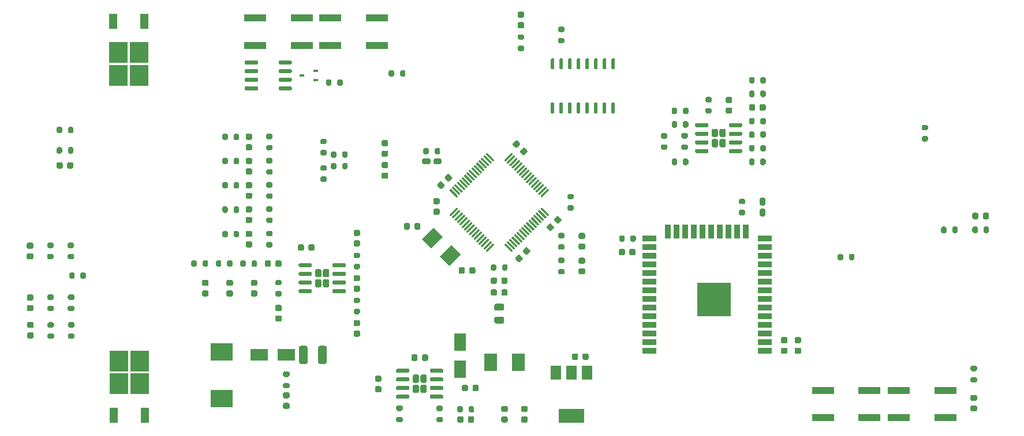
<source format=gtp>
G04 #@! TF.GenerationSoftware,KiCad,Pcbnew,5.1.10-1.fc34*
G04 #@! TF.CreationDate,2021-07-05T17:18:35-07:00*
G04 #@! TF.ProjectId,prius_gen2,70726975-735f-4676-956e-322e6b696361,rev?*
G04 #@! TF.SameCoordinates,Original*
G04 #@! TF.FileFunction,Paste,Top*
G04 #@! TF.FilePolarity,Positive*
%FSLAX46Y46*%
G04 Gerber Fmt 4.6, Leading zero omitted, Abs format (unit mm)*
G04 Created by KiCad (PCBNEW 5.1.10-1.fc34) date 2021-07-05 17:18:35*
%MOMM*%
%LPD*%
G01*
G04 APERTURE LIST*
%ADD10R,1.900000X2.500000*%
%ADD11R,2.750000X3.050000*%
%ADD12R,1.200000X2.200000*%
%ADD13C,0.100000*%
%ADD14R,1.500000X2.000000*%
%ADD15R,3.800000X2.000000*%
%ADD16R,2.000000X0.900000*%
%ADD17R,0.900000X2.000000*%
%ADD18R,5.000000X5.000000*%
%ADD19R,3.200000X1.000000*%
%ADD20R,1.800000X2.500000*%
%ADD21R,2.500000X1.800000*%
%ADD22R,3.300000X2.500000*%
%ADD23R,0.700000X0.450000*%
G04 APERTURE END LIST*
D10*
X141400000Y-118300000D03*
X137300000Y-118300000D03*
G36*
G01*
X126105000Y-98598000D02*
X126105000Y-98098000D01*
G75*
G02*
X126330000Y-97873000I225000J0D01*
G01*
X126780000Y-97873000D01*
G75*
G02*
X127005000Y-98098000I0J-225000D01*
G01*
X127005000Y-98598000D01*
G75*
G02*
X126780000Y-98823000I-225000J0D01*
G01*
X126330000Y-98823000D01*
G75*
G02*
X126105000Y-98598000I0J225000D01*
G01*
G37*
G36*
G01*
X124555000Y-98598000D02*
X124555000Y-98098000D01*
G75*
G02*
X124780000Y-97873000I225000J0D01*
G01*
X125230000Y-97873000D01*
G75*
G02*
X125455000Y-98098000I0J-225000D01*
G01*
X125455000Y-98598000D01*
G75*
G02*
X125230000Y-98823000I-225000J0D01*
G01*
X124780000Y-98823000D01*
G75*
G02*
X124555000Y-98598000I0J225000D01*
G01*
G37*
D11*
X85854000Y-121499500D03*
X82804000Y-118149500D03*
X82804000Y-121499500D03*
X85854000Y-118149500D03*
D12*
X86609000Y-126124500D03*
X82049000Y-126124500D03*
D11*
X82676000Y-72815000D03*
X85726000Y-76165000D03*
X85726000Y-72815000D03*
X82676000Y-76165000D03*
D12*
X81921000Y-68190000D03*
X86481000Y-68190000D03*
D13*
G36*
X129807513Y-102797569D02*
G01*
X131504569Y-101100513D01*
X132918783Y-102514727D01*
X131221727Y-104211783D01*
X129807513Y-102797569D01*
G37*
G36*
X127191217Y-100181273D02*
G01*
X128888273Y-98484217D01*
X130302487Y-99898431D01*
X128605431Y-101595487D01*
X127191217Y-100181273D01*
G37*
D14*
X151468000Y-119877500D03*
X146868000Y-119877500D03*
X149168000Y-119877500D03*
D15*
X149168000Y-126177500D03*
G36*
G01*
X126998500Y-122620500D02*
X126998500Y-121870500D01*
G75*
G02*
X127228500Y-121640500I230000J0D01*
G01*
X127688500Y-121640500D01*
G75*
G02*
X127918500Y-121870500I0J-230000D01*
G01*
X127918500Y-122620500D01*
G75*
G02*
X127688500Y-122850500I-230000J0D01*
G01*
X127228500Y-122850500D01*
G75*
G02*
X126998500Y-122620500I0J230000D01*
G01*
G37*
G36*
G01*
X126998500Y-121120500D02*
X126998500Y-120370500D01*
G75*
G02*
X127228500Y-120140500I230000J0D01*
G01*
X127688500Y-120140500D01*
G75*
G02*
X127918500Y-120370500I0J-230000D01*
G01*
X127918500Y-121120500D01*
G75*
G02*
X127688500Y-121350500I-230000J0D01*
G01*
X127228500Y-121350500D01*
G75*
G02*
X126998500Y-121120500I0J230000D01*
G01*
G37*
G36*
G01*
X125858500Y-122620500D02*
X125858500Y-121870500D01*
G75*
G02*
X126088500Y-121640500I230000J0D01*
G01*
X126548500Y-121640500D01*
G75*
G02*
X126778500Y-121870500I0J-230000D01*
G01*
X126778500Y-122620500D01*
G75*
G02*
X126548500Y-122850500I-230000J0D01*
G01*
X126088500Y-122850500D01*
G75*
G02*
X125858500Y-122620500I0J230000D01*
G01*
G37*
G36*
G01*
X125858500Y-121120500D02*
X125858500Y-120370500D01*
G75*
G02*
X126088500Y-120140500I230000J0D01*
G01*
X126548500Y-120140500D01*
G75*
G02*
X126778500Y-120370500I0J-230000D01*
G01*
X126778500Y-121120500D01*
G75*
G02*
X126548500Y-121350500I-230000J0D01*
G01*
X126088500Y-121350500D01*
G75*
G02*
X125858500Y-121120500I0J230000D01*
G01*
G37*
G36*
G01*
X128388500Y-119740500D02*
X128388500Y-119440500D01*
G75*
G02*
X128538500Y-119290500I150000J0D01*
G01*
X130188500Y-119290500D01*
G75*
G02*
X130338500Y-119440500I0J-150000D01*
G01*
X130338500Y-119740500D01*
G75*
G02*
X130188500Y-119890500I-150000J0D01*
G01*
X128538500Y-119890500D01*
G75*
G02*
X128388500Y-119740500I0J150000D01*
G01*
G37*
G36*
G01*
X128388500Y-121010500D02*
X128388500Y-120710500D01*
G75*
G02*
X128538500Y-120560500I150000J0D01*
G01*
X130188500Y-120560500D01*
G75*
G02*
X130338500Y-120710500I0J-150000D01*
G01*
X130338500Y-121010500D01*
G75*
G02*
X130188500Y-121160500I-150000J0D01*
G01*
X128538500Y-121160500D01*
G75*
G02*
X128388500Y-121010500I0J150000D01*
G01*
G37*
G36*
G01*
X128388500Y-122280500D02*
X128388500Y-121980500D01*
G75*
G02*
X128538500Y-121830500I150000J0D01*
G01*
X130188500Y-121830500D01*
G75*
G02*
X130338500Y-121980500I0J-150000D01*
G01*
X130338500Y-122280500D01*
G75*
G02*
X130188500Y-122430500I-150000J0D01*
G01*
X128538500Y-122430500D01*
G75*
G02*
X128388500Y-122280500I0J150000D01*
G01*
G37*
G36*
G01*
X128388500Y-123550500D02*
X128388500Y-123250500D01*
G75*
G02*
X128538500Y-123100500I150000J0D01*
G01*
X130188500Y-123100500D01*
G75*
G02*
X130338500Y-123250500I0J-150000D01*
G01*
X130338500Y-123550500D01*
G75*
G02*
X130188500Y-123700500I-150000J0D01*
G01*
X128538500Y-123700500D01*
G75*
G02*
X128388500Y-123550500I0J150000D01*
G01*
G37*
G36*
G01*
X123438500Y-123550500D02*
X123438500Y-123250500D01*
G75*
G02*
X123588500Y-123100500I150000J0D01*
G01*
X125238500Y-123100500D01*
G75*
G02*
X125388500Y-123250500I0J-150000D01*
G01*
X125388500Y-123550500D01*
G75*
G02*
X125238500Y-123700500I-150000J0D01*
G01*
X123588500Y-123700500D01*
G75*
G02*
X123438500Y-123550500I0J150000D01*
G01*
G37*
G36*
G01*
X123438500Y-122280500D02*
X123438500Y-121980500D01*
G75*
G02*
X123588500Y-121830500I150000J0D01*
G01*
X125238500Y-121830500D01*
G75*
G02*
X125388500Y-121980500I0J-150000D01*
G01*
X125388500Y-122280500D01*
G75*
G02*
X125238500Y-122430500I-150000J0D01*
G01*
X123588500Y-122430500D01*
G75*
G02*
X123438500Y-122280500I0J150000D01*
G01*
G37*
G36*
G01*
X123438500Y-121010500D02*
X123438500Y-120710500D01*
G75*
G02*
X123588500Y-120560500I150000J0D01*
G01*
X125238500Y-120560500D01*
G75*
G02*
X125388500Y-120710500I0J-150000D01*
G01*
X125388500Y-121010500D01*
G75*
G02*
X125238500Y-121160500I-150000J0D01*
G01*
X123588500Y-121160500D01*
G75*
G02*
X123438500Y-121010500I0J150000D01*
G01*
G37*
G36*
G01*
X123438500Y-119740500D02*
X123438500Y-119440500D01*
G75*
G02*
X123588500Y-119290500I150000J0D01*
G01*
X125238500Y-119290500D01*
G75*
G02*
X125388500Y-119440500I0J-150000D01*
G01*
X125388500Y-119740500D01*
G75*
G02*
X125238500Y-119890500I-150000J0D01*
G01*
X123588500Y-119890500D01*
G75*
G02*
X123438500Y-119740500I0J150000D01*
G01*
G37*
G36*
G01*
X112475500Y-104856500D02*
X112475500Y-105606500D01*
G75*
G02*
X112245500Y-105836500I-230000J0D01*
G01*
X111785500Y-105836500D01*
G75*
G02*
X111555500Y-105606500I0J230000D01*
G01*
X111555500Y-104856500D01*
G75*
G02*
X111785500Y-104626500I230000J0D01*
G01*
X112245500Y-104626500D01*
G75*
G02*
X112475500Y-104856500I0J-230000D01*
G01*
G37*
G36*
G01*
X112475500Y-106356500D02*
X112475500Y-107106500D01*
G75*
G02*
X112245500Y-107336500I-230000J0D01*
G01*
X111785500Y-107336500D01*
G75*
G02*
X111555500Y-107106500I0J230000D01*
G01*
X111555500Y-106356500D01*
G75*
G02*
X111785500Y-106126500I230000J0D01*
G01*
X112245500Y-106126500D01*
G75*
G02*
X112475500Y-106356500I0J-230000D01*
G01*
G37*
G36*
G01*
X113615500Y-104856500D02*
X113615500Y-105606500D01*
G75*
G02*
X113385500Y-105836500I-230000J0D01*
G01*
X112925500Y-105836500D01*
G75*
G02*
X112695500Y-105606500I0J230000D01*
G01*
X112695500Y-104856500D01*
G75*
G02*
X112925500Y-104626500I230000J0D01*
G01*
X113385500Y-104626500D01*
G75*
G02*
X113615500Y-104856500I0J-230000D01*
G01*
G37*
G36*
G01*
X113615500Y-106356500D02*
X113615500Y-107106500D01*
G75*
G02*
X113385500Y-107336500I-230000J0D01*
G01*
X112925500Y-107336500D01*
G75*
G02*
X112695500Y-107106500I0J230000D01*
G01*
X112695500Y-106356500D01*
G75*
G02*
X112925500Y-106126500I230000J0D01*
G01*
X113385500Y-106126500D01*
G75*
G02*
X113615500Y-106356500I0J-230000D01*
G01*
G37*
G36*
G01*
X111085500Y-107736500D02*
X111085500Y-108036500D01*
G75*
G02*
X110935500Y-108186500I-150000J0D01*
G01*
X109285500Y-108186500D01*
G75*
G02*
X109135500Y-108036500I0J150000D01*
G01*
X109135500Y-107736500D01*
G75*
G02*
X109285500Y-107586500I150000J0D01*
G01*
X110935500Y-107586500D01*
G75*
G02*
X111085500Y-107736500I0J-150000D01*
G01*
G37*
G36*
G01*
X111085500Y-106466500D02*
X111085500Y-106766500D01*
G75*
G02*
X110935500Y-106916500I-150000J0D01*
G01*
X109285500Y-106916500D01*
G75*
G02*
X109135500Y-106766500I0J150000D01*
G01*
X109135500Y-106466500D01*
G75*
G02*
X109285500Y-106316500I150000J0D01*
G01*
X110935500Y-106316500D01*
G75*
G02*
X111085500Y-106466500I0J-150000D01*
G01*
G37*
G36*
G01*
X111085500Y-105196500D02*
X111085500Y-105496500D01*
G75*
G02*
X110935500Y-105646500I-150000J0D01*
G01*
X109285500Y-105646500D01*
G75*
G02*
X109135500Y-105496500I0J150000D01*
G01*
X109135500Y-105196500D01*
G75*
G02*
X109285500Y-105046500I150000J0D01*
G01*
X110935500Y-105046500D01*
G75*
G02*
X111085500Y-105196500I0J-150000D01*
G01*
G37*
G36*
G01*
X111085500Y-103926500D02*
X111085500Y-104226500D01*
G75*
G02*
X110935500Y-104376500I-150000J0D01*
G01*
X109285500Y-104376500D01*
G75*
G02*
X109135500Y-104226500I0J150000D01*
G01*
X109135500Y-103926500D01*
G75*
G02*
X109285500Y-103776500I150000J0D01*
G01*
X110935500Y-103776500D01*
G75*
G02*
X111085500Y-103926500I0J-150000D01*
G01*
G37*
G36*
G01*
X116035500Y-103926500D02*
X116035500Y-104226500D01*
G75*
G02*
X115885500Y-104376500I-150000J0D01*
G01*
X114235500Y-104376500D01*
G75*
G02*
X114085500Y-104226500I0J150000D01*
G01*
X114085500Y-103926500D01*
G75*
G02*
X114235500Y-103776500I150000J0D01*
G01*
X115885500Y-103776500D01*
G75*
G02*
X116035500Y-103926500I0J-150000D01*
G01*
G37*
G36*
G01*
X116035500Y-105196500D02*
X116035500Y-105496500D01*
G75*
G02*
X115885500Y-105646500I-150000J0D01*
G01*
X114235500Y-105646500D01*
G75*
G02*
X114085500Y-105496500I0J150000D01*
G01*
X114085500Y-105196500D01*
G75*
G02*
X114235500Y-105046500I150000J0D01*
G01*
X115885500Y-105046500D01*
G75*
G02*
X116035500Y-105196500I0J-150000D01*
G01*
G37*
G36*
G01*
X116035500Y-106466500D02*
X116035500Y-106766500D01*
G75*
G02*
X115885500Y-106916500I-150000J0D01*
G01*
X114235500Y-106916500D01*
G75*
G02*
X114085500Y-106766500I0J150000D01*
G01*
X114085500Y-106466500D01*
G75*
G02*
X114235500Y-106316500I150000J0D01*
G01*
X115885500Y-106316500D01*
G75*
G02*
X116035500Y-106466500I0J-150000D01*
G01*
G37*
G36*
G01*
X116035500Y-107736500D02*
X116035500Y-108036500D01*
G75*
G02*
X115885500Y-108186500I-150000J0D01*
G01*
X114235500Y-108186500D01*
G75*
G02*
X114085500Y-108036500I0J150000D01*
G01*
X114085500Y-107736500D01*
G75*
G02*
X114235500Y-107586500I150000J0D01*
G01*
X115885500Y-107586500D01*
G75*
G02*
X116035500Y-107736500I0J-150000D01*
G01*
G37*
G36*
G01*
X146505000Y-75274000D02*
X146230000Y-75274000D01*
G75*
G02*
X146092500Y-75136500I0J137500D01*
G01*
X146092500Y-73811500D01*
G75*
G02*
X146230000Y-73674000I137500J0D01*
G01*
X146505000Y-73674000D01*
G75*
G02*
X146642500Y-73811500I0J-137500D01*
G01*
X146642500Y-75136500D01*
G75*
G02*
X146505000Y-75274000I-137500J0D01*
G01*
G37*
G36*
G01*
X147775000Y-75274000D02*
X147500000Y-75274000D01*
G75*
G02*
X147362500Y-75136500I0J137500D01*
G01*
X147362500Y-73811500D01*
G75*
G02*
X147500000Y-73674000I137500J0D01*
G01*
X147775000Y-73674000D01*
G75*
G02*
X147912500Y-73811500I0J-137500D01*
G01*
X147912500Y-75136500D01*
G75*
G02*
X147775000Y-75274000I-137500J0D01*
G01*
G37*
G36*
G01*
X149045000Y-75274000D02*
X148770000Y-75274000D01*
G75*
G02*
X148632500Y-75136500I0J137500D01*
G01*
X148632500Y-73811500D01*
G75*
G02*
X148770000Y-73674000I137500J0D01*
G01*
X149045000Y-73674000D01*
G75*
G02*
X149182500Y-73811500I0J-137500D01*
G01*
X149182500Y-75136500D01*
G75*
G02*
X149045000Y-75274000I-137500J0D01*
G01*
G37*
G36*
G01*
X150315000Y-75274000D02*
X150040000Y-75274000D01*
G75*
G02*
X149902500Y-75136500I0J137500D01*
G01*
X149902500Y-73811500D01*
G75*
G02*
X150040000Y-73674000I137500J0D01*
G01*
X150315000Y-73674000D01*
G75*
G02*
X150452500Y-73811500I0J-137500D01*
G01*
X150452500Y-75136500D01*
G75*
G02*
X150315000Y-75274000I-137500J0D01*
G01*
G37*
G36*
G01*
X151585000Y-75274000D02*
X151310000Y-75274000D01*
G75*
G02*
X151172500Y-75136500I0J137500D01*
G01*
X151172500Y-73811500D01*
G75*
G02*
X151310000Y-73674000I137500J0D01*
G01*
X151585000Y-73674000D01*
G75*
G02*
X151722500Y-73811500I0J-137500D01*
G01*
X151722500Y-75136500D01*
G75*
G02*
X151585000Y-75274000I-137500J0D01*
G01*
G37*
G36*
G01*
X152855000Y-75274000D02*
X152580000Y-75274000D01*
G75*
G02*
X152442500Y-75136500I0J137500D01*
G01*
X152442500Y-73811500D01*
G75*
G02*
X152580000Y-73674000I137500J0D01*
G01*
X152855000Y-73674000D01*
G75*
G02*
X152992500Y-73811500I0J-137500D01*
G01*
X152992500Y-75136500D01*
G75*
G02*
X152855000Y-75274000I-137500J0D01*
G01*
G37*
G36*
G01*
X154125000Y-75274000D02*
X153850000Y-75274000D01*
G75*
G02*
X153712500Y-75136500I0J137500D01*
G01*
X153712500Y-73811500D01*
G75*
G02*
X153850000Y-73674000I137500J0D01*
G01*
X154125000Y-73674000D01*
G75*
G02*
X154262500Y-73811500I0J-137500D01*
G01*
X154262500Y-75136500D01*
G75*
G02*
X154125000Y-75274000I-137500J0D01*
G01*
G37*
G36*
G01*
X155395000Y-75274000D02*
X155120000Y-75274000D01*
G75*
G02*
X154982500Y-75136500I0J137500D01*
G01*
X154982500Y-73811500D01*
G75*
G02*
X155120000Y-73674000I137500J0D01*
G01*
X155395000Y-73674000D01*
G75*
G02*
X155532500Y-73811500I0J-137500D01*
G01*
X155532500Y-75136500D01*
G75*
G02*
X155395000Y-75274000I-137500J0D01*
G01*
G37*
G36*
G01*
X155395000Y-81774000D02*
X155120000Y-81774000D01*
G75*
G02*
X154982500Y-81636500I0J137500D01*
G01*
X154982500Y-80311500D01*
G75*
G02*
X155120000Y-80174000I137500J0D01*
G01*
X155395000Y-80174000D01*
G75*
G02*
X155532500Y-80311500I0J-137500D01*
G01*
X155532500Y-81636500D01*
G75*
G02*
X155395000Y-81774000I-137500J0D01*
G01*
G37*
G36*
G01*
X154125000Y-81774000D02*
X153850000Y-81774000D01*
G75*
G02*
X153712500Y-81636500I0J137500D01*
G01*
X153712500Y-80311500D01*
G75*
G02*
X153850000Y-80174000I137500J0D01*
G01*
X154125000Y-80174000D01*
G75*
G02*
X154262500Y-80311500I0J-137500D01*
G01*
X154262500Y-81636500D01*
G75*
G02*
X154125000Y-81774000I-137500J0D01*
G01*
G37*
G36*
G01*
X152855000Y-81774000D02*
X152580000Y-81774000D01*
G75*
G02*
X152442500Y-81636500I0J137500D01*
G01*
X152442500Y-80311500D01*
G75*
G02*
X152580000Y-80174000I137500J0D01*
G01*
X152855000Y-80174000D01*
G75*
G02*
X152992500Y-80311500I0J-137500D01*
G01*
X152992500Y-81636500D01*
G75*
G02*
X152855000Y-81774000I-137500J0D01*
G01*
G37*
G36*
G01*
X151585000Y-81774000D02*
X151310000Y-81774000D01*
G75*
G02*
X151172500Y-81636500I0J137500D01*
G01*
X151172500Y-80311500D01*
G75*
G02*
X151310000Y-80174000I137500J0D01*
G01*
X151585000Y-80174000D01*
G75*
G02*
X151722500Y-80311500I0J-137500D01*
G01*
X151722500Y-81636500D01*
G75*
G02*
X151585000Y-81774000I-137500J0D01*
G01*
G37*
G36*
G01*
X150315000Y-81774000D02*
X150040000Y-81774000D01*
G75*
G02*
X149902500Y-81636500I0J137500D01*
G01*
X149902500Y-80311500D01*
G75*
G02*
X150040000Y-80174000I137500J0D01*
G01*
X150315000Y-80174000D01*
G75*
G02*
X150452500Y-80311500I0J-137500D01*
G01*
X150452500Y-81636500D01*
G75*
G02*
X150315000Y-81774000I-137500J0D01*
G01*
G37*
G36*
G01*
X149045000Y-81774000D02*
X148770000Y-81774000D01*
G75*
G02*
X148632500Y-81636500I0J137500D01*
G01*
X148632500Y-80311500D01*
G75*
G02*
X148770000Y-80174000I137500J0D01*
G01*
X149045000Y-80174000D01*
G75*
G02*
X149182500Y-80311500I0J-137500D01*
G01*
X149182500Y-81636500D01*
G75*
G02*
X149045000Y-81774000I-137500J0D01*
G01*
G37*
G36*
G01*
X147775000Y-81774000D02*
X147500000Y-81774000D01*
G75*
G02*
X147362500Y-81636500I0J137500D01*
G01*
X147362500Y-80311500D01*
G75*
G02*
X147500000Y-80174000I137500J0D01*
G01*
X147775000Y-80174000D01*
G75*
G02*
X147912500Y-80311500I0J-137500D01*
G01*
X147912500Y-81636500D01*
G75*
G02*
X147775000Y-81774000I-137500J0D01*
G01*
G37*
G36*
G01*
X146505000Y-81774000D02*
X146230000Y-81774000D01*
G75*
G02*
X146092500Y-81636500I0J137500D01*
G01*
X146092500Y-80311500D01*
G75*
G02*
X146230000Y-80174000I137500J0D01*
G01*
X146505000Y-80174000D01*
G75*
G02*
X146642500Y-80311500I0J-137500D01*
G01*
X146642500Y-81636500D01*
G75*
G02*
X146505000Y-81774000I-137500J0D01*
G01*
G37*
G36*
G01*
X170639500Y-84247500D02*
X170639500Y-84997500D01*
G75*
G02*
X170409500Y-85227500I-230000J0D01*
G01*
X169949500Y-85227500D01*
G75*
G02*
X169719500Y-84997500I0J230000D01*
G01*
X169719500Y-84247500D01*
G75*
G02*
X169949500Y-84017500I230000J0D01*
G01*
X170409500Y-84017500D01*
G75*
G02*
X170639500Y-84247500I0J-230000D01*
G01*
G37*
G36*
G01*
X170639500Y-85747500D02*
X170639500Y-86497500D01*
G75*
G02*
X170409500Y-86727500I-230000J0D01*
G01*
X169949500Y-86727500D01*
G75*
G02*
X169719500Y-86497500I0J230000D01*
G01*
X169719500Y-85747500D01*
G75*
G02*
X169949500Y-85517500I230000J0D01*
G01*
X170409500Y-85517500D01*
G75*
G02*
X170639500Y-85747500I0J-230000D01*
G01*
G37*
G36*
G01*
X171779500Y-84247500D02*
X171779500Y-84997500D01*
G75*
G02*
X171549500Y-85227500I-230000J0D01*
G01*
X171089500Y-85227500D01*
G75*
G02*
X170859500Y-84997500I0J230000D01*
G01*
X170859500Y-84247500D01*
G75*
G02*
X171089500Y-84017500I230000J0D01*
G01*
X171549500Y-84017500D01*
G75*
G02*
X171779500Y-84247500I0J-230000D01*
G01*
G37*
G36*
G01*
X171779500Y-85747500D02*
X171779500Y-86497500D01*
G75*
G02*
X171549500Y-86727500I-230000J0D01*
G01*
X171089500Y-86727500D01*
G75*
G02*
X170859500Y-86497500I0J230000D01*
G01*
X170859500Y-85747500D01*
G75*
G02*
X171089500Y-85517500I230000J0D01*
G01*
X171549500Y-85517500D01*
G75*
G02*
X171779500Y-85747500I0J-230000D01*
G01*
G37*
G36*
G01*
X169249500Y-87127500D02*
X169249500Y-87427500D01*
G75*
G02*
X169099500Y-87577500I-150000J0D01*
G01*
X167449500Y-87577500D01*
G75*
G02*
X167299500Y-87427500I0J150000D01*
G01*
X167299500Y-87127500D01*
G75*
G02*
X167449500Y-86977500I150000J0D01*
G01*
X169099500Y-86977500D01*
G75*
G02*
X169249500Y-87127500I0J-150000D01*
G01*
G37*
G36*
G01*
X169249500Y-85857500D02*
X169249500Y-86157500D01*
G75*
G02*
X169099500Y-86307500I-150000J0D01*
G01*
X167449500Y-86307500D01*
G75*
G02*
X167299500Y-86157500I0J150000D01*
G01*
X167299500Y-85857500D01*
G75*
G02*
X167449500Y-85707500I150000J0D01*
G01*
X169099500Y-85707500D01*
G75*
G02*
X169249500Y-85857500I0J-150000D01*
G01*
G37*
G36*
G01*
X169249500Y-84587500D02*
X169249500Y-84887500D01*
G75*
G02*
X169099500Y-85037500I-150000J0D01*
G01*
X167449500Y-85037500D01*
G75*
G02*
X167299500Y-84887500I0J150000D01*
G01*
X167299500Y-84587500D01*
G75*
G02*
X167449500Y-84437500I150000J0D01*
G01*
X169099500Y-84437500D01*
G75*
G02*
X169249500Y-84587500I0J-150000D01*
G01*
G37*
G36*
G01*
X169249500Y-83317500D02*
X169249500Y-83617500D01*
G75*
G02*
X169099500Y-83767500I-150000J0D01*
G01*
X167449500Y-83767500D01*
G75*
G02*
X167299500Y-83617500I0J150000D01*
G01*
X167299500Y-83317500D01*
G75*
G02*
X167449500Y-83167500I150000J0D01*
G01*
X169099500Y-83167500D01*
G75*
G02*
X169249500Y-83317500I0J-150000D01*
G01*
G37*
G36*
G01*
X174199500Y-83317500D02*
X174199500Y-83617500D01*
G75*
G02*
X174049500Y-83767500I-150000J0D01*
G01*
X172399500Y-83767500D01*
G75*
G02*
X172249500Y-83617500I0J150000D01*
G01*
X172249500Y-83317500D01*
G75*
G02*
X172399500Y-83167500I150000J0D01*
G01*
X174049500Y-83167500D01*
G75*
G02*
X174199500Y-83317500I0J-150000D01*
G01*
G37*
G36*
G01*
X174199500Y-84587500D02*
X174199500Y-84887500D01*
G75*
G02*
X174049500Y-85037500I-150000J0D01*
G01*
X172399500Y-85037500D01*
G75*
G02*
X172249500Y-84887500I0J150000D01*
G01*
X172249500Y-84587500D01*
G75*
G02*
X172399500Y-84437500I150000J0D01*
G01*
X174049500Y-84437500D01*
G75*
G02*
X174199500Y-84587500I0J-150000D01*
G01*
G37*
G36*
G01*
X174199500Y-85857500D02*
X174199500Y-86157500D01*
G75*
G02*
X174049500Y-86307500I-150000J0D01*
G01*
X172399500Y-86307500D01*
G75*
G02*
X172249500Y-86157500I0J150000D01*
G01*
X172249500Y-85857500D01*
G75*
G02*
X172399500Y-85707500I150000J0D01*
G01*
X174049500Y-85707500D01*
G75*
G02*
X174199500Y-85857500I0J-150000D01*
G01*
G37*
G36*
G01*
X174199500Y-87127500D02*
X174199500Y-87427500D01*
G75*
G02*
X174049500Y-87577500I-150000J0D01*
G01*
X172399500Y-87577500D01*
G75*
G02*
X172249500Y-87427500I0J150000D01*
G01*
X172249500Y-87127500D01*
G75*
G02*
X172399500Y-86977500I150000J0D01*
G01*
X174049500Y-86977500D01*
G75*
G02*
X174199500Y-87127500I0J-150000D01*
G01*
G37*
G36*
G01*
X176964000Y-95722000D02*
X177389000Y-95722000D01*
G75*
G02*
X177601500Y-95934500I0J-212500D01*
G01*
X177601500Y-96734500D01*
G75*
G02*
X177389000Y-96947000I-212500J0D01*
G01*
X176964000Y-96947000D01*
G75*
G02*
X176751500Y-96734500I0J212500D01*
G01*
X176751500Y-95934500D01*
G75*
G02*
X176964000Y-95722000I212500J0D01*
G01*
G37*
G36*
G01*
X176964000Y-94097000D02*
X177389000Y-94097000D01*
G75*
G02*
X177601500Y-94309500I0J-212500D01*
G01*
X177601500Y-95109500D01*
G75*
G02*
X177389000Y-95322000I-212500J0D01*
G01*
X176964000Y-95322000D01*
G75*
G02*
X176751500Y-95109500I0J212500D01*
G01*
X176751500Y-94309500D01*
G75*
G02*
X176964000Y-94097000I212500J0D01*
G01*
G37*
G36*
G01*
X128871000Y-89013000D02*
X128871000Y-88588000D01*
G75*
G02*
X129083500Y-88375500I212500J0D01*
G01*
X129883500Y-88375500D01*
G75*
G02*
X130096000Y-88588000I0J-212500D01*
G01*
X130096000Y-89013000D01*
G75*
G02*
X129883500Y-89225500I-212500J0D01*
G01*
X129083500Y-89225500D01*
G75*
G02*
X128871000Y-89013000I0J212500D01*
G01*
G37*
G36*
G01*
X127246000Y-89013000D02*
X127246000Y-88588000D01*
G75*
G02*
X127458500Y-88375500I212500J0D01*
G01*
X128258500Y-88375500D01*
G75*
G02*
X128471000Y-88588000I0J-212500D01*
G01*
X128471000Y-89013000D01*
G75*
G02*
X128258500Y-89225500I-212500J0D01*
G01*
X127458500Y-89225500D01*
G75*
G02*
X127246000Y-89013000I0J212500D01*
G01*
G37*
D16*
X160541500Y-116644000D03*
X160541500Y-115374000D03*
X160541500Y-114104000D03*
X160541500Y-112834000D03*
X160541500Y-111564000D03*
X160541500Y-110294000D03*
X160541500Y-109024000D03*
X160541500Y-107754000D03*
X160541500Y-106484000D03*
X160541500Y-105214000D03*
X160541500Y-103944000D03*
X160541500Y-102674000D03*
X160541500Y-101404000D03*
X160541500Y-100134000D03*
D17*
X163326500Y-99134000D03*
X164596500Y-99134000D03*
X165866500Y-99134000D03*
X167136500Y-99134000D03*
X168406500Y-99134000D03*
X169676500Y-99134000D03*
X170946500Y-99134000D03*
X172216500Y-99134000D03*
X173486500Y-99134000D03*
X174756500Y-99134000D03*
D16*
X177541500Y-100134000D03*
X177541500Y-101404000D03*
X177541500Y-102674000D03*
X177541500Y-103944000D03*
X177541500Y-105214000D03*
X177541500Y-106484000D03*
X177541500Y-107754000D03*
X177541500Y-109024000D03*
X177541500Y-110294000D03*
X177541500Y-111564000D03*
X177541500Y-112834000D03*
X177541500Y-114104000D03*
X177541500Y-115374000D03*
X177541500Y-116644000D03*
D18*
X170041500Y-109144000D03*
G36*
G01*
X106185000Y-74425000D02*
X106185000Y-74125000D01*
G75*
G02*
X106335000Y-73975000I150000J0D01*
G01*
X107985000Y-73975000D01*
G75*
G02*
X108135000Y-74125000I0J-150000D01*
G01*
X108135000Y-74425000D01*
G75*
G02*
X107985000Y-74575000I-150000J0D01*
G01*
X106335000Y-74575000D01*
G75*
G02*
X106185000Y-74425000I0J150000D01*
G01*
G37*
G36*
G01*
X106185000Y-75695000D02*
X106185000Y-75395000D01*
G75*
G02*
X106335000Y-75245000I150000J0D01*
G01*
X107985000Y-75245000D01*
G75*
G02*
X108135000Y-75395000I0J-150000D01*
G01*
X108135000Y-75695000D01*
G75*
G02*
X107985000Y-75845000I-150000J0D01*
G01*
X106335000Y-75845000D01*
G75*
G02*
X106185000Y-75695000I0J150000D01*
G01*
G37*
G36*
G01*
X106185000Y-76965000D02*
X106185000Y-76665000D01*
G75*
G02*
X106335000Y-76515000I150000J0D01*
G01*
X107985000Y-76515000D01*
G75*
G02*
X108135000Y-76665000I0J-150000D01*
G01*
X108135000Y-76965000D01*
G75*
G02*
X107985000Y-77115000I-150000J0D01*
G01*
X106335000Y-77115000D01*
G75*
G02*
X106185000Y-76965000I0J150000D01*
G01*
G37*
G36*
G01*
X106185000Y-78235000D02*
X106185000Y-77935000D01*
G75*
G02*
X106335000Y-77785000I150000J0D01*
G01*
X107985000Y-77785000D01*
G75*
G02*
X108135000Y-77935000I0J-150000D01*
G01*
X108135000Y-78235000D01*
G75*
G02*
X107985000Y-78385000I-150000J0D01*
G01*
X106335000Y-78385000D01*
G75*
G02*
X106185000Y-78235000I0J150000D01*
G01*
G37*
G36*
G01*
X101235000Y-78235000D02*
X101235000Y-77935000D01*
G75*
G02*
X101385000Y-77785000I150000J0D01*
G01*
X103035000Y-77785000D01*
G75*
G02*
X103185000Y-77935000I0J-150000D01*
G01*
X103185000Y-78235000D01*
G75*
G02*
X103035000Y-78385000I-150000J0D01*
G01*
X101385000Y-78385000D01*
G75*
G02*
X101235000Y-78235000I0J150000D01*
G01*
G37*
G36*
G01*
X101235000Y-76965000D02*
X101235000Y-76665000D01*
G75*
G02*
X101385000Y-76515000I150000J0D01*
G01*
X103035000Y-76515000D01*
G75*
G02*
X103185000Y-76665000I0J-150000D01*
G01*
X103185000Y-76965000D01*
G75*
G02*
X103035000Y-77115000I-150000J0D01*
G01*
X101385000Y-77115000D01*
G75*
G02*
X101235000Y-76965000I0J150000D01*
G01*
G37*
G36*
G01*
X101235000Y-75695000D02*
X101235000Y-75395000D01*
G75*
G02*
X101385000Y-75245000I150000J0D01*
G01*
X103035000Y-75245000D01*
G75*
G02*
X103185000Y-75395000I0J-150000D01*
G01*
X103185000Y-75695000D01*
G75*
G02*
X103035000Y-75845000I-150000J0D01*
G01*
X101385000Y-75845000D01*
G75*
G02*
X101235000Y-75695000I0J150000D01*
G01*
G37*
G36*
G01*
X101235000Y-74425000D02*
X101235000Y-74125000D01*
G75*
G02*
X101385000Y-73975000I150000J0D01*
G01*
X103035000Y-73975000D01*
G75*
G02*
X103185000Y-74125000I0J-150000D01*
G01*
X103185000Y-74425000D01*
G75*
G02*
X103035000Y-74575000I-150000J0D01*
G01*
X101385000Y-74575000D01*
G75*
G02*
X101235000Y-74425000I0J150000D01*
G01*
G37*
G36*
G01*
X131395544Y-96810222D02*
X131289478Y-96704156D01*
G75*
G02*
X131289478Y-96598090I53033J53033D01*
G01*
X132279428Y-95608140D01*
G75*
G02*
X132385494Y-95608140I53033J-53033D01*
G01*
X132491560Y-95714206D01*
G75*
G02*
X132491560Y-95820272I-53033J-53033D01*
G01*
X131501610Y-96810222D01*
G75*
G02*
X131395544Y-96810222I-53033J53033D01*
G01*
G37*
G36*
G01*
X131749097Y-97163775D02*
X131643031Y-97057709D01*
G75*
G02*
X131643031Y-96951643I53033J53033D01*
G01*
X132632981Y-95961693D01*
G75*
G02*
X132739047Y-95961693I53033J-53033D01*
G01*
X132845113Y-96067759D01*
G75*
G02*
X132845113Y-96173825I-53033J-53033D01*
G01*
X131855163Y-97163775D01*
G75*
G02*
X131749097Y-97163775I-53033J53033D01*
G01*
G37*
G36*
G01*
X132102650Y-97517328D02*
X131996584Y-97411262D01*
G75*
G02*
X131996584Y-97305196I53033J53033D01*
G01*
X132986534Y-96315246D01*
G75*
G02*
X133092600Y-96315246I53033J-53033D01*
G01*
X133198666Y-96421312D01*
G75*
G02*
X133198666Y-96527378I-53033J-53033D01*
G01*
X132208716Y-97517328D01*
G75*
G02*
X132102650Y-97517328I-53033J53033D01*
G01*
G37*
G36*
G01*
X132456204Y-97870882D02*
X132350138Y-97764816D01*
G75*
G02*
X132350138Y-97658750I53033J53033D01*
G01*
X133340088Y-96668800D01*
G75*
G02*
X133446154Y-96668800I53033J-53033D01*
G01*
X133552220Y-96774866D01*
G75*
G02*
X133552220Y-96880932I-53033J-53033D01*
G01*
X132562270Y-97870882D01*
G75*
G02*
X132456204Y-97870882I-53033J53033D01*
G01*
G37*
G36*
G01*
X132809757Y-98224435D02*
X132703691Y-98118369D01*
G75*
G02*
X132703691Y-98012303I53033J53033D01*
G01*
X133693641Y-97022353D01*
G75*
G02*
X133799707Y-97022353I53033J-53033D01*
G01*
X133905773Y-97128419D01*
G75*
G02*
X133905773Y-97234485I-53033J-53033D01*
G01*
X132915823Y-98224435D01*
G75*
G02*
X132809757Y-98224435I-53033J53033D01*
G01*
G37*
G36*
G01*
X133163311Y-98577989D02*
X133057245Y-98471923D01*
G75*
G02*
X133057245Y-98365857I53033J53033D01*
G01*
X134047195Y-97375907D01*
G75*
G02*
X134153261Y-97375907I53033J-53033D01*
G01*
X134259327Y-97481973D01*
G75*
G02*
X134259327Y-97588039I-53033J-53033D01*
G01*
X133269377Y-98577989D01*
G75*
G02*
X133163311Y-98577989I-53033J53033D01*
G01*
G37*
G36*
G01*
X133516864Y-98931542D02*
X133410798Y-98825476D01*
G75*
G02*
X133410798Y-98719410I53033J53033D01*
G01*
X134400748Y-97729460D01*
G75*
G02*
X134506814Y-97729460I53033J-53033D01*
G01*
X134612880Y-97835526D01*
G75*
G02*
X134612880Y-97941592I-53033J-53033D01*
G01*
X133622930Y-98931542D01*
G75*
G02*
X133516864Y-98931542I-53033J53033D01*
G01*
G37*
G36*
G01*
X133870417Y-99285095D02*
X133764351Y-99179029D01*
G75*
G02*
X133764351Y-99072963I53033J53033D01*
G01*
X134754301Y-98083013D01*
G75*
G02*
X134860367Y-98083013I53033J-53033D01*
G01*
X134966433Y-98189079D01*
G75*
G02*
X134966433Y-98295145I-53033J-53033D01*
G01*
X133976483Y-99285095D01*
G75*
G02*
X133870417Y-99285095I-53033J53033D01*
G01*
G37*
G36*
G01*
X134223971Y-99638649D02*
X134117905Y-99532583D01*
G75*
G02*
X134117905Y-99426517I53033J53033D01*
G01*
X135107855Y-98436567D01*
G75*
G02*
X135213921Y-98436567I53033J-53033D01*
G01*
X135319987Y-98542633D01*
G75*
G02*
X135319987Y-98648699I-53033J-53033D01*
G01*
X134330037Y-99638649D01*
G75*
G02*
X134223971Y-99638649I-53033J53033D01*
G01*
G37*
G36*
G01*
X134577524Y-99992202D02*
X134471458Y-99886136D01*
G75*
G02*
X134471458Y-99780070I53033J53033D01*
G01*
X135461408Y-98790120D01*
G75*
G02*
X135567474Y-98790120I53033J-53033D01*
G01*
X135673540Y-98896186D01*
G75*
G02*
X135673540Y-99002252I-53033J-53033D01*
G01*
X134683590Y-99992202D01*
G75*
G02*
X134577524Y-99992202I-53033J53033D01*
G01*
G37*
G36*
G01*
X134931077Y-100345755D02*
X134825011Y-100239689D01*
G75*
G02*
X134825011Y-100133623I53033J53033D01*
G01*
X135814961Y-99143673D01*
G75*
G02*
X135921027Y-99143673I53033J-53033D01*
G01*
X136027093Y-99249739D01*
G75*
G02*
X136027093Y-99355805I-53033J-53033D01*
G01*
X135037143Y-100345755D01*
G75*
G02*
X134931077Y-100345755I-53033J53033D01*
G01*
G37*
G36*
G01*
X135284631Y-100699309D02*
X135178565Y-100593243D01*
G75*
G02*
X135178565Y-100487177I53033J53033D01*
G01*
X136168515Y-99497227D01*
G75*
G02*
X136274581Y-99497227I53033J-53033D01*
G01*
X136380647Y-99603293D01*
G75*
G02*
X136380647Y-99709359I-53033J-53033D01*
G01*
X135390697Y-100699309D01*
G75*
G02*
X135284631Y-100699309I-53033J53033D01*
G01*
G37*
G36*
G01*
X135638184Y-101052862D02*
X135532118Y-100946796D01*
G75*
G02*
X135532118Y-100840730I53033J53033D01*
G01*
X136522068Y-99850780D01*
G75*
G02*
X136628134Y-99850780I53033J-53033D01*
G01*
X136734200Y-99956846D01*
G75*
G02*
X136734200Y-100062912I-53033J-53033D01*
G01*
X135744250Y-101052862D01*
G75*
G02*
X135638184Y-101052862I-53033J53033D01*
G01*
G37*
G36*
G01*
X135991738Y-101406416D02*
X135885672Y-101300350D01*
G75*
G02*
X135885672Y-101194284I53033J53033D01*
G01*
X136875622Y-100204334D01*
G75*
G02*
X136981688Y-100204334I53033J-53033D01*
G01*
X137087754Y-100310400D01*
G75*
G02*
X137087754Y-100416466I-53033J-53033D01*
G01*
X136097804Y-101406416D01*
G75*
G02*
X135991738Y-101406416I-53033J53033D01*
G01*
G37*
G36*
G01*
X136345291Y-101759969D02*
X136239225Y-101653903D01*
G75*
G02*
X136239225Y-101547837I53033J53033D01*
G01*
X137229175Y-100557887D01*
G75*
G02*
X137335241Y-100557887I53033J-53033D01*
G01*
X137441307Y-100663953D01*
G75*
G02*
X137441307Y-100770019I-53033J-53033D01*
G01*
X136451357Y-101759969D01*
G75*
G02*
X136345291Y-101759969I-53033J53033D01*
G01*
G37*
G36*
G01*
X136698844Y-102113522D02*
X136592778Y-102007456D01*
G75*
G02*
X136592778Y-101901390I53033J53033D01*
G01*
X137582728Y-100911440D01*
G75*
G02*
X137688794Y-100911440I53033J-53033D01*
G01*
X137794860Y-101017506D01*
G75*
G02*
X137794860Y-101123572I-53033J-53033D01*
G01*
X136804910Y-102113522D01*
G75*
G02*
X136698844Y-102113522I-53033J53033D01*
G01*
G37*
G36*
G01*
X140305090Y-102113522D02*
X139315140Y-101123572D01*
G75*
G02*
X139315140Y-101017506I53033J53033D01*
G01*
X139421206Y-100911440D01*
G75*
G02*
X139527272Y-100911440I53033J-53033D01*
G01*
X140517222Y-101901390D01*
G75*
G02*
X140517222Y-102007456I-53033J-53033D01*
G01*
X140411156Y-102113522D01*
G75*
G02*
X140305090Y-102113522I-53033J53033D01*
G01*
G37*
G36*
G01*
X140658643Y-101759969D02*
X139668693Y-100770019D01*
G75*
G02*
X139668693Y-100663953I53033J53033D01*
G01*
X139774759Y-100557887D01*
G75*
G02*
X139880825Y-100557887I53033J-53033D01*
G01*
X140870775Y-101547837D01*
G75*
G02*
X140870775Y-101653903I-53033J-53033D01*
G01*
X140764709Y-101759969D01*
G75*
G02*
X140658643Y-101759969I-53033J53033D01*
G01*
G37*
G36*
G01*
X141012196Y-101406416D02*
X140022246Y-100416466D01*
G75*
G02*
X140022246Y-100310400I53033J53033D01*
G01*
X140128312Y-100204334D01*
G75*
G02*
X140234378Y-100204334I53033J-53033D01*
G01*
X141224328Y-101194284D01*
G75*
G02*
X141224328Y-101300350I-53033J-53033D01*
G01*
X141118262Y-101406416D01*
G75*
G02*
X141012196Y-101406416I-53033J53033D01*
G01*
G37*
G36*
G01*
X141365750Y-101052862D02*
X140375800Y-100062912D01*
G75*
G02*
X140375800Y-99956846I53033J53033D01*
G01*
X140481866Y-99850780D01*
G75*
G02*
X140587932Y-99850780I53033J-53033D01*
G01*
X141577882Y-100840730D01*
G75*
G02*
X141577882Y-100946796I-53033J-53033D01*
G01*
X141471816Y-101052862D01*
G75*
G02*
X141365750Y-101052862I-53033J53033D01*
G01*
G37*
G36*
G01*
X141719303Y-100699309D02*
X140729353Y-99709359D01*
G75*
G02*
X140729353Y-99603293I53033J53033D01*
G01*
X140835419Y-99497227D01*
G75*
G02*
X140941485Y-99497227I53033J-53033D01*
G01*
X141931435Y-100487177D01*
G75*
G02*
X141931435Y-100593243I-53033J-53033D01*
G01*
X141825369Y-100699309D01*
G75*
G02*
X141719303Y-100699309I-53033J53033D01*
G01*
G37*
G36*
G01*
X142072857Y-100345755D02*
X141082907Y-99355805D01*
G75*
G02*
X141082907Y-99249739I53033J53033D01*
G01*
X141188973Y-99143673D01*
G75*
G02*
X141295039Y-99143673I53033J-53033D01*
G01*
X142284989Y-100133623D01*
G75*
G02*
X142284989Y-100239689I-53033J-53033D01*
G01*
X142178923Y-100345755D01*
G75*
G02*
X142072857Y-100345755I-53033J53033D01*
G01*
G37*
G36*
G01*
X142426410Y-99992202D02*
X141436460Y-99002252D01*
G75*
G02*
X141436460Y-98896186I53033J53033D01*
G01*
X141542526Y-98790120D01*
G75*
G02*
X141648592Y-98790120I53033J-53033D01*
G01*
X142638542Y-99780070D01*
G75*
G02*
X142638542Y-99886136I-53033J-53033D01*
G01*
X142532476Y-99992202D01*
G75*
G02*
X142426410Y-99992202I-53033J53033D01*
G01*
G37*
G36*
G01*
X142779963Y-99638649D02*
X141790013Y-98648699D01*
G75*
G02*
X141790013Y-98542633I53033J53033D01*
G01*
X141896079Y-98436567D01*
G75*
G02*
X142002145Y-98436567I53033J-53033D01*
G01*
X142992095Y-99426517D01*
G75*
G02*
X142992095Y-99532583I-53033J-53033D01*
G01*
X142886029Y-99638649D01*
G75*
G02*
X142779963Y-99638649I-53033J53033D01*
G01*
G37*
G36*
G01*
X143133517Y-99285095D02*
X142143567Y-98295145D01*
G75*
G02*
X142143567Y-98189079I53033J53033D01*
G01*
X142249633Y-98083013D01*
G75*
G02*
X142355699Y-98083013I53033J-53033D01*
G01*
X143345649Y-99072963D01*
G75*
G02*
X143345649Y-99179029I-53033J-53033D01*
G01*
X143239583Y-99285095D01*
G75*
G02*
X143133517Y-99285095I-53033J53033D01*
G01*
G37*
G36*
G01*
X143487070Y-98931542D02*
X142497120Y-97941592D01*
G75*
G02*
X142497120Y-97835526I53033J53033D01*
G01*
X142603186Y-97729460D01*
G75*
G02*
X142709252Y-97729460I53033J-53033D01*
G01*
X143699202Y-98719410D01*
G75*
G02*
X143699202Y-98825476I-53033J-53033D01*
G01*
X143593136Y-98931542D01*
G75*
G02*
X143487070Y-98931542I-53033J53033D01*
G01*
G37*
G36*
G01*
X143840623Y-98577989D02*
X142850673Y-97588039D01*
G75*
G02*
X142850673Y-97481973I53033J53033D01*
G01*
X142956739Y-97375907D01*
G75*
G02*
X143062805Y-97375907I53033J-53033D01*
G01*
X144052755Y-98365857D01*
G75*
G02*
X144052755Y-98471923I-53033J-53033D01*
G01*
X143946689Y-98577989D01*
G75*
G02*
X143840623Y-98577989I-53033J53033D01*
G01*
G37*
G36*
G01*
X144194177Y-98224435D02*
X143204227Y-97234485D01*
G75*
G02*
X143204227Y-97128419I53033J53033D01*
G01*
X143310293Y-97022353D01*
G75*
G02*
X143416359Y-97022353I53033J-53033D01*
G01*
X144406309Y-98012303D01*
G75*
G02*
X144406309Y-98118369I-53033J-53033D01*
G01*
X144300243Y-98224435D01*
G75*
G02*
X144194177Y-98224435I-53033J53033D01*
G01*
G37*
G36*
G01*
X144547730Y-97870882D02*
X143557780Y-96880932D01*
G75*
G02*
X143557780Y-96774866I53033J53033D01*
G01*
X143663846Y-96668800D01*
G75*
G02*
X143769912Y-96668800I53033J-53033D01*
G01*
X144759862Y-97658750D01*
G75*
G02*
X144759862Y-97764816I-53033J-53033D01*
G01*
X144653796Y-97870882D01*
G75*
G02*
X144547730Y-97870882I-53033J53033D01*
G01*
G37*
G36*
G01*
X144901284Y-97517328D02*
X143911334Y-96527378D01*
G75*
G02*
X143911334Y-96421312I53033J53033D01*
G01*
X144017400Y-96315246D01*
G75*
G02*
X144123466Y-96315246I53033J-53033D01*
G01*
X145113416Y-97305196D01*
G75*
G02*
X145113416Y-97411262I-53033J-53033D01*
G01*
X145007350Y-97517328D01*
G75*
G02*
X144901284Y-97517328I-53033J53033D01*
G01*
G37*
G36*
G01*
X145254837Y-97163775D02*
X144264887Y-96173825D01*
G75*
G02*
X144264887Y-96067759I53033J53033D01*
G01*
X144370953Y-95961693D01*
G75*
G02*
X144477019Y-95961693I53033J-53033D01*
G01*
X145466969Y-96951643D01*
G75*
G02*
X145466969Y-97057709I-53033J-53033D01*
G01*
X145360903Y-97163775D01*
G75*
G02*
X145254837Y-97163775I-53033J53033D01*
G01*
G37*
G36*
G01*
X145608390Y-96810222D02*
X144618440Y-95820272D01*
G75*
G02*
X144618440Y-95714206I53033J53033D01*
G01*
X144724506Y-95608140D01*
G75*
G02*
X144830572Y-95608140I53033J-53033D01*
G01*
X145820522Y-96598090D01*
G75*
G02*
X145820522Y-96704156I-53033J-53033D01*
G01*
X145714456Y-96810222D01*
G75*
G02*
X145608390Y-96810222I-53033J53033D01*
G01*
G37*
G36*
G01*
X144724506Y-94087860D02*
X144618440Y-93981794D01*
G75*
G02*
X144618440Y-93875728I53033J53033D01*
G01*
X145608390Y-92885778D01*
G75*
G02*
X145714456Y-92885778I53033J-53033D01*
G01*
X145820522Y-92991844D01*
G75*
G02*
X145820522Y-93097910I-53033J-53033D01*
G01*
X144830572Y-94087860D01*
G75*
G02*
X144724506Y-94087860I-53033J53033D01*
G01*
G37*
G36*
G01*
X144370953Y-93734307D02*
X144264887Y-93628241D01*
G75*
G02*
X144264887Y-93522175I53033J53033D01*
G01*
X145254837Y-92532225D01*
G75*
G02*
X145360903Y-92532225I53033J-53033D01*
G01*
X145466969Y-92638291D01*
G75*
G02*
X145466969Y-92744357I-53033J-53033D01*
G01*
X144477019Y-93734307D01*
G75*
G02*
X144370953Y-93734307I-53033J53033D01*
G01*
G37*
G36*
G01*
X144017400Y-93380754D02*
X143911334Y-93274688D01*
G75*
G02*
X143911334Y-93168622I53033J53033D01*
G01*
X144901284Y-92178672D01*
G75*
G02*
X145007350Y-92178672I53033J-53033D01*
G01*
X145113416Y-92284738D01*
G75*
G02*
X145113416Y-92390804I-53033J-53033D01*
G01*
X144123466Y-93380754D01*
G75*
G02*
X144017400Y-93380754I-53033J53033D01*
G01*
G37*
G36*
G01*
X143663846Y-93027200D02*
X143557780Y-92921134D01*
G75*
G02*
X143557780Y-92815068I53033J53033D01*
G01*
X144547730Y-91825118D01*
G75*
G02*
X144653796Y-91825118I53033J-53033D01*
G01*
X144759862Y-91931184D01*
G75*
G02*
X144759862Y-92037250I-53033J-53033D01*
G01*
X143769912Y-93027200D01*
G75*
G02*
X143663846Y-93027200I-53033J53033D01*
G01*
G37*
G36*
G01*
X143310293Y-92673647D02*
X143204227Y-92567581D01*
G75*
G02*
X143204227Y-92461515I53033J53033D01*
G01*
X144194177Y-91471565D01*
G75*
G02*
X144300243Y-91471565I53033J-53033D01*
G01*
X144406309Y-91577631D01*
G75*
G02*
X144406309Y-91683697I-53033J-53033D01*
G01*
X143416359Y-92673647D01*
G75*
G02*
X143310293Y-92673647I-53033J53033D01*
G01*
G37*
G36*
G01*
X142956739Y-92320093D02*
X142850673Y-92214027D01*
G75*
G02*
X142850673Y-92107961I53033J53033D01*
G01*
X143840623Y-91118011D01*
G75*
G02*
X143946689Y-91118011I53033J-53033D01*
G01*
X144052755Y-91224077D01*
G75*
G02*
X144052755Y-91330143I-53033J-53033D01*
G01*
X143062805Y-92320093D01*
G75*
G02*
X142956739Y-92320093I-53033J53033D01*
G01*
G37*
G36*
G01*
X142603186Y-91966540D02*
X142497120Y-91860474D01*
G75*
G02*
X142497120Y-91754408I53033J53033D01*
G01*
X143487070Y-90764458D01*
G75*
G02*
X143593136Y-90764458I53033J-53033D01*
G01*
X143699202Y-90870524D01*
G75*
G02*
X143699202Y-90976590I-53033J-53033D01*
G01*
X142709252Y-91966540D01*
G75*
G02*
X142603186Y-91966540I-53033J53033D01*
G01*
G37*
G36*
G01*
X142249633Y-91612987D02*
X142143567Y-91506921D01*
G75*
G02*
X142143567Y-91400855I53033J53033D01*
G01*
X143133517Y-90410905D01*
G75*
G02*
X143239583Y-90410905I53033J-53033D01*
G01*
X143345649Y-90516971D01*
G75*
G02*
X143345649Y-90623037I-53033J-53033D01*
G01*
X142355699Y-91612987D01*
G75*
G02*
X142249633Y-91612987I-53033J53033D01*
G01*
G37*
G36*
G01*
X141896079Y-91259433D02*
X141790013Y-91153367D01*
G75*
G02*
X141790013Y-91047301I53033J53033D01*
G01*
X142779963Y-90057351D01*
G75*
G02*
X142886029Y-90057351I53033J-53033D01*
G01*
X142992095Y-90163417D01*
G75*
G02*
X142992095Y-90269483I-53033J-53033D01*
G01*
X142002145Y-91259433D01*
G75*
G02*
X141896079Y-91259433I-53033J53033D01*
G01*
G37*
G36*
G01*
X141542526Y-90905880D02*
X141436460Y-90799814D01*
G75*
G02*
X141436460Y-90693748I53033J53033D01*
G01*
X142426410Y-89703798D01*
G75*
G02*
X142532476Y-89703798I53033J-53033D01*
G01*
X142638542Y-89809864D01*
G75*
G02*
X142638542Y-89915930I-53033J-53033D01*
G01*
X141648592Y-90905880D01*
G75*
G02*
X141542526Y-90905880I-53033J53033D01*
G01*
G37*
G36*
G01*
X141188973Y-90552327D02*
X141082907Y-90446261D01*
G75*
G02*
X141082907Y-90340195I53033J53033D01*
G01*
X142072857Y-89350245D01*
G75*
G02*
X142178923Y-89350245I53033J-53033D01*
G01*
X142284989Y-89456311D01*
G75*
G02*
X142284989Y-89562377I-53033J-53033D01*
G01*
X141295039Y-90552327D01*
G75*
G02*
X141188973Y-90552327I-53033J53033D01*
G01*
G37*
G36*
G01*
X140835419Y-90198773D02*
X140729353Y-90092707D01*
G75*
G02*
X140729353Y-89986641I53033J53033D01*
G01*
X141719303Y-88996691D01*
G75*
G02*
X141825369Y-88996691I53033J-53033D01*
G01*
X141931435Y-89102757D01*
G75*
G02*
X141931435Y-89208823I-53033J-53033D01*
G01*
X140941485Y-90198773D01*
G75*
G02*
X140835419Y-90198773I-53033J53033D01*
G01*
G37*
G36*
G01*
X140481866Y-89845220D02*
X140375800Y-89739154D01*
G75*
G02*
X140375800Y-89633088I53033J53033D01*
G01*
X141365750Y-88643138D01*
G75*
G02*
X141471816Y-88643138I53033J-53033D01*
G01*
X141577882Y-88749204D01*
G75*
G02*
X141577882Y-88855270I-53033J-53033D01*
G01*
X140587932Y-89845220D01*
G75*
G02*
X140481866Y-89845220I-53033J53033D01*
G01*
G37*
G36*
G01*
X140128312Y-89491666D02*
X140022246Y-89385600D01*
G75*
G02*
X140022246Y-89279534I53033J53033D01*
G01*
X141012196Y-88289584D01*
G75*
G02*
X141118262Y-88289584I53033J-53033D01*
G01*
X141224328Y-88395650D01*
G75*
G02*
X141224328Y-88501716I-53033J-53033D01*
G01*
X140234378Y-89491666D01*
G75*
G02*
X140128312Y-89491666I-53033J53033D01*
G01*
G37*
G36*
G01*
X139774759Y-89138113D02*
X139668693Y-89032047D01*
G75*
G02*
X139668693Y-88925981I53033J53033D01*
G01*
X140658643Y-87936031D01*
G75*
G02*
X140764709Y-87936031I53033J-53033D01*
G01*
X140870775Y-88042097D01*
G75*
G02*
X140870775Y-88148163I-53033J-53033D01*
G01*
X139880825Y-89138113D01*
G75*
G02*
X139774759Y-89138113I-53033J53033D01*
G01*
G37*
G36*
G01*
X139421206Y-88784560D02*
X139315140Y-88678494D01*
G75*
G02*
X139315140Y-88572428I53033J53033D01*
G01*
X140305090Y-87582478D01*
G75*
G02*
X140411156Y-87582478I53033J-53033D01*
G01*
X140517222Y-87688544D01*
G75*
G02*
X140517222Y-87794610I-53033J-53033D01*
G01*
X139527272Y-88784560D01*
G75*
G02*
X139421206Y-88784560I-53033J53033D01*
G01*
G37*
G36*
G01*
X137582728Y-88784560D02*
X136592778Y-87794610D01*
G75*
G02*
X136592778Y-87688544I53033J53033D01*
G01*
X136698844Y-87582478D01*
G75*
G02*
X136804910Y-87582478I53033J-53033D01*
G01*
X137794860Y-88572428D01*
G75*
G02*
X137794860Y-88678494I-53033J-53033D01*
G01*
X137688794Y-88784560D01*
G75*
G02*
X137582728Y-88784560I-53033J53033D01*
G01*
G37*
G36*
G01*
X137229175Y-89138113D02*
X136239225Y-88148163D01*
G75*
G02*
X136239225Y-88042097I53033J53033D01*
G01*
X136345291Y-87936031D01*
G75*
G02*
X136451357Y-87936031I53033J-53033D01*
G01*
X137441307Y-88925981D01*
G75*
G02*
X137441307Y-89032047I-53033J-53033D01*
G01*
X137335241Y-89138113D01*
G75*
G02*
X137229175Y-89138113I-53033J53033D01*
G01*
G37*
G36*
G01*
X136875622Y-89491666D02*
X135885672Y-88501716D01*
G75*
G02*
X135885672Y-88395650I53033J53033D01*
G01*
X135991738Y-88289584D01*
G75*
G02*
X136097804Y-88289584I53033J-53033D01*
G01*
X137087754Y-89279534D01*
G75*
G02*
X137087754Y-89385600I-53033J-53033D01*
G01*
X136981688Y-89491666D01*
G75*
G02*
X136875622Y-89491666I-53033J53033D01*
G01*
G37*
G36*
G01*
X136522068Y-89845220D02*
X135532118Y-88855270D01*
G75*
G02*
X135532118Y-88749204I53033J53033D01*
G01*
X135638184Y-88643138D01*
G75*
G02*
X135744250Y-88643138I53033J-53033D01*
G01*
X136734200Y-89633088D01*
G75*
G02*
X136734200Y-89739154I-53033J-53033D01*
G01*
X136628134Y-89845220D01*
G75*
G02*
X136522068Y-89845220I-53033J53033D01*
G01*
G37*
G36*
G01*
X136168515Y-90198773D02*
X135178565Y-89208823D01*
G75*
G02*
X135178565Y-89102757I53033J53033D01*
G01*
X135284631Y-88996691D01*
G75*
G02*
X135390697Y-88996691I53033J-53033D01*
G01*
X136380647Y-89986641D01*
G75*
G02*
X136380647Y-90092707I-53033J-53033D01*
G01*
X136274581Y-90198773D01*
G75*
G02*
X136168515Y-90198773I-53033J53033D01*
G01*
G37*
G36*
G01*
X135814961Y-90552327D02*
X134825011Y-89562377D01*
G75*
G02*
X134825011Y-89456311I53033J53033D01*
G01*
X134931077Y-89350245D01*
G75*
G02*
X135037143Y-89350245I53033J-53033D01*
G01*
X136027093Y-90340195D01*
G75*
G02*
X136027093Y-90446261I-53033J-53033D01*
G01*
X135921027Y-90552327D01*
G75*
G02*
X135814961Y-90552327I-53033J53033D01*
G01*
G37*
G36*
G01*
X135461408Y-90905880D02*
X134471458Y-89915930D01*
G75*
G02*
X134471458Y-89809864I53033J53033D01*
G01*
X134577524Y-89703798D01*
G75*
G02*
X134683590Y-89703798I53033J-53033D01*
G01*
X135673540Y-90693748D01*
G75*
G02*
X135673540Y-90799814I-53033J-53033D01*
G01*
X135567474Y-90905880D01*
G75*
G02*
X135461408Y-90905880I-53033J53033D01*
G01*
G37*
G36*
G01*
X135107855Y-91259433D02*
X134117905Y-90269483D01*
G75*
G02*
X134117905Y-90163417I53033J53033D01*
G01*
X134223971Y-90057351D01*
G75*
G02*
X134330037Y-90057351I53033J-53033D01*
G01*
X135319987Y-91047301D01*
G75*
G02*
X135319987Y-91153367I-53033J-53033D01*
G01*
X135213921Y-91259433D01*
G75*
G02*
X135107855Y-91259433I-53033J53033D01*
G01*
G37*
G36*
G01*
X134754301Y-91612987D02*
X133764351Y-90623037D01*
G75*
G02*
X133764351Y-90516971I53033J53033D01*
G01*
X133870417Y-90410905D01*
G75*
G02*
X133976483Y-90410905I53033J-53033D01*
G01*
X134966433Y-91400855D01*
G75*
G02*
X134966433Y-91506921I-53033J-53033D01*
G01*
X134860367Y-91612987D01*
G75*
G02*
X134754301Y-91612987I-53033J53033D01*
G01*
G37*
G36*
G01*
X134400748Y-91966540D02*
X133410798Y-90976590D01*
G75*
G02*
X133410798Y-90870524I53033J53033D01*
G01*
X133516864Y-90764458D01*
G75*
G02*
X133622930Y-90764458I53033J-53033D01*
G01*
X134612880Y-91754408D01*
G75*
G02*
X134612880Y-91860474I-53033J-53033D01*
G01*
X134506814Y-91966540D01*
G75*
G02*
X134400748Y-91966540I-53033J53033D01*
G01*
G37*
G36*
G01*
X134047195Y-92320093D02*
X133057245Y-91330143D01*
G75*
G02*
X133057245Y-91224077I53033J53033D01*
G01*
X133163311Y-91118011D01*
G75*
G02*
X133269377Y-91118011I53033J-53033D01*
G01*
X134259327Y-92107961D01*
G75*
G02*
X134259327Y-92214027I-53033J-53033D01*
G01*
X134153261Y-92320093D01*
G75*
G02*
X134047195Y-92320093I-53033J53033D01*
G01*
G37*
G36*
G01*
X133693641Y-92673647D02*
X132703691Y-91683697D01*
G75*
G02*
X132703691Y-91577631I53033J53033D01*
G01*
X132809757Y-91471565D01*
G75*
G02*
X132915823Y-91471565I53033J-53033D01*
G01*
X133905773Y-92461515D01*
G75*
G02*
X133905773Y-92567581I-53033J-53033D01*
G01*
X133799707Y-92673647D01*
G75*
G02*
X133693641Y-92673647I-53033J53033D01*
G01*
G37*
G36*
G01*
X133340088Y-93027200D02*
X132350138Y-92037250D01*
G75*
G02*
X132350138Y-91931184I53033J53033D01*
G01*
X132456204Y-91825118D01*
G75*
G02*
X132562270Y-91825118I53033J-53033D01*
G01*
X133552220Y-92815068D01*
G75*
G02*
X133552220Y-92921134I-53033J-53033D01*
G01*
X133446154Y-93027200D01*
G75*
G02*
X133340088Y-93027200I-53033J53033D01*
G01*
G37*
G36*
G01*
X132986534Y-93380754D02*
X131996584Y-92390804D01*
G75*
G02*
X131996584Y-92284738I53033J53033D01*
G01*
X132102650Y-92178672D01*
G75*
G02*
X132208716Y-92178672I53033J-53033D01*
G01*
X133198666Y-93168622D01*
G75*
G02*
X133198666Y-93274688I-53033J-53033D01*
G01*
X133092600Y-93380754D01*
G75*
G02*
X132986534Y-93380754I-53033J53033D01*
G01*
G37*
G36*
G01*
X132632981Y-93734307D02*
X131643031Y-92744357D01*
G75*
G02*
X131643031Y-92638291I53033J53033D01*
G01*
X131749097Y-92532225D01*
G75*
G02*
X131855163Y-92532225I53033J-53033D01*
G01*
X132845113Y-93522175D01*
G75*
G02*
X132845113Y-93628241I-53033J-53033D01*
G01*
X132739047Y-93734307D01*
G75*
G02*
X132632981Y-93734307I-53033J53033D01*
G01*
G37*
G36*
G01*
X132279428Y-94087860D02*
X131289478Y-93097910D01*
G75*
G02*
X131289478Y-92991844I53033J53033D01*
G01*
X131395544Y-92885778D01*
G75*
G02*
X131501610Y-92885778I53033J-53033D01*
G01*
X132491560Y-93875728D01*
G75*
G02*
X132491560Y-93981794I-53033J-53033D01*
G01*
X132385494Y-94087860D01*
G75*
G02*
X132279428Y-94087860I-53033J53033D01*
G01*
G37*
D19*
X192854000Y-126466500D03*
X186054000Y-126466500D03*
X186054000Y-122466500D03*
X192854000Y-122466500D03*
X203981500Y-126460000D03*
X197181500Y-126460000D03*
X197181500Y-122460000D03*
X203981500Y-122460000D03*
X109585500Y-71729500D03*
X102785500Y-71729500D03*
X102785500Y-67729500D03*
X109585500Y-67729500D03*
X120585500Y-71729500D03*
X113785500Y-71729500D03*
X113785500Y-67729500D03*
X120585500Y-67729500D03*
G36*
G01*
X75489500Y-114081500D02*
X76039500Y-114081500D01*
G75*
G02*
X76239500Y-114281500I0J-200000D01*
G01*
X76239500Y-114681500D01*
G75*
G02*
X76039500Y-114881500I-200000J0D01*
G01*
X75489500Y-114881500D01*
G75*
G02*
X75289500Y-114681500I0J200000D01*
G01*
X75289500Y-114281500D01*
G75*
G02*
X75489500Y-114081500I200000J0D01*
G01*
G37*
G36*
G01*
X75489500Y-112431500D02*
X76039500Y-112431500D01*
G75*
G02*
X76239500Y-112631500I0J-200000D01*
G01*
X76239500Y-113031500D01*
G75*
G02*
X76039500Y-113231500I-200000J0D01*
G01*
X75489500Y-113231500D01*
G75*
G02*
X75289500Y-113031500I0J200000D01*
G01*
X75289500Y-112631500D01*
G75*
G02*
X75489500Y-112431500I200000J0D01*
G01*
G37*
G36*
G01*
X75472500Y-110017500D02*
X76022500Y-110017500D01*
G75*
G02*
X76222500Y-110217500I0J-200000D01*
G01*
X76222500Y-110617500D01*
G75*
G02*
X76022500Y-110817500I-200000J0D01*
G01*
X75472500Y-110817500D01*
G75*
G02*
X75272500Y-110617500I0J200000D01*
G01*
X75272500Y-110217500D01*
G75*
G02*
X75472500Y-110017500I200000J0D01*
G01*
G37*
G36*
G01*
X75472500Y-108367500D02*
X76022500Y-108367500D01*
G75*
G02*
X76222500Y-108567500I0J-200000D01*
G01*
X76222500Y-108967500D01*
G75*
G02*
X76022500Y-109167500I-200000J0D01*
G01*
X75472500Y-109167500D01*
G75*
G02*
X75272500Y-108967500I0J200000D01*
G01*
X75272500Y-108567500D01*
G75*
G02*
X75472500Y-108367500I200000J0D01*
G01*
G37*
G36*
G01*
X75455500Y-102397500D02*
X76005500Y-102397500D01*
G75*
G02*
X76205500Y-102597500I0J-200000D01*
G01*
X76205500Y-102997500D01*
G75*
G02*
X76005500Y-103197500I-200000J0D01*
G01*
X75455500Y-103197500D01*
G75*
G02*
X75255500Y-102997500I0J200000D01*
G01*
X75255500Y-102597500D01*
G75*
G02*
X75455500Y-102397500I200000J0D01*
G01*
G37*
G36*
G01*
X75455500Y-100747500D02*
X76005500Y-100747500D01*
G75*
G02*
X76205500Y-100947500I0J-200000D01*
G01*
X76205500Y-101347500D01*
G75*
G02*
X76005500Y-101547500I-200000J0D01*
G01*
X75455500Y-101547500D01*
G75*
G02*
X75255500Y-101347500I0J200000D01*
G01*
X75255500Y-100947500D01*
G75*
G02*
X75455500Y-100747500I200000J0D01*
G01*
G37*
G36*
G01*
X76282500Y-105325500D02*
X76282500Y-105875500D01*
G75*
G02*
X76082500Y-106075500I-200000J0D01*
G01*
X75682500Y-106075500D01*
G75*
G02*
X75482500Y-105875500I0J200000D01*
G01*
X75482500Y-105325500D01*
G75*
G02*
X75682500Y-105125500I200000J0D01*
G01*
X76082500Y-105125500D01*
G75*
G02*
X76282500Y-105325500I0J-200000D01*
G01*
G37*
G36*
G01*
X77932500Y-105325500D02*
X77932500Y-105875500D01*
G75*
G02*
X77732500Y-106075500I-200000J0D01*
G01*
X77332500Y-106075500D01*
G75*
G02*
X77132500Y-105875500I0J200000D01*
G01*
X77132500Y-105325500D01*
G75*
G02*
X77332500Y-105125500I200000J0D01*
G01*
X77732500Y-105125500D01*
G75*
G02*
X77932500Y-105325500I0J-200000D01*
G01*
G37*
G36*
G01*
X72496000Y-114090500D02*
X73046000Y-114090500D01*
G75*
G02*
X73246000Y-114290500I0J-200000D01*
G01*
X73246000Y-114690500D01*
G75*
G02*
X73046000Y-114890500I-200000J0D01*
G01*
X72496000Y-114890500D01*
G75*
G02*
X72296000Y-114690500I0J200000D01*
G01*
X72296000Y-114290500D01*
G75*
G02*
X72496000Y-114090500I200000J0D01*
G01*
G37*
G36*
G01*
X72496000Y-112440500D02*
X73046000Y-112440500D01*
G75*
G02*
X73246000Y-112640500I0J-200000D01*
G01*
X73246000Y-113040500D01*
G75*
G02*
X73046000Y-113240500I-200000J0D01*
G01*
X72496000Y-113240500D01*
G75*
G02*
X72296000Y-113040500I0J200000D01*
G01*
X72296000Y-112640500D01*
G75*
G02*
X72496000Y-112440500I200000J0D01*
G01*
G37*
G36*
G01*
X72472500Y-110017500D02*
X73022500Y-110017500D01*
G75*
G02*
X73222500Y-110217500I0J-200000D01*
G01*
X73222500Y-110617500D01*
G75*
G02*
X73022500Y-110817500I-200000J0D01*
G01*
X72472500Y-110817500D01*
G75*
G02*
X72272500Y-110617500I0J200000D01*
G01*
X72272500Y-110217500D01*
G75*
G02*
X72472500Y-110017500I200000J0D01*
G01*
G37*
G36*
G01*
X72472500Y-108367500D02*
X73022500Y-108367500D01*
G75*
G02*
X73222500Y-108567500I0J-200000D01*
G01*
X73222500Y-108967500D01*
G75*
G02*
X73022500Y-109167500I-200000J0D01*
G01*
X72472500Y-109167500D01*
G75*
G02*
X72272500Y-108967500I0J200000D01*
G01*
X72272500Y-108567500D01*
G75*
G02*
X72472500Y-108367500I200000J0D01*
G01*
G37*
G36*
G01*
X72455500Y-102397500D02*
X73005500Y-102397500D01*
G75*
G02*
X73205500Y-102597500I0J-200000D01*
G01*
X73205500Y-102997500D01*
G75*
G02*
X73005500Y-103197500I-200000J0D01*
G01*
X72455500Y-103197500D01*
G75*
G02*
X72255500Y-102997500I0J200000D01*
G01*
X72255500Y-102597500D01*
G75*
G02*
X72455500Y-102397500I200000J0D01*
G01*
G37*
G36*
G01*
X72455500Y-100747500D02*
X73005500Y-100747500D01*
G75*
G02*
X73205500Y-100947500I0J-200000D01*
G01*
X73205500Y-101347500D01*
G75*
G02*
X73005500Y-101547500I-200000J0D01*
G01*
X72455500Y-101547500D01*
G75*
G02*
X72255500Y-101347500I0J200000D01*
G01*
X72255500Y-100947500D01*
G75*
G02*
X72455500Y-100747500I200000J0D01*
G01*
G37*
G36*
G01*
X104566000Y-100662500D02*
X105116000Y-100662500D01*
G75*
G02*
X105316000Y-100862500I0J-200000D01*
G01*
X105316000Y-101262500D01*
G75*
G02*
X105116000Y-101462500I-200000J0D01*
G01*
X104566000Y-101462500D01*
G75*
G02*
X104366000Y-101262500I0J200000D01*
G01*
X104366000Y-100862500D01*
G75*
G02*
X104566000Y-100662500I200000J0D01*
G01*
G37*
G36*
G01*
X104566000Y-99012500D02*
X105116000Y-99012500D01*
G75*
G02*
X105316000Y-99212500I0J-200000D01*
G01*
X105316000Y-99612500D01*
G75*
G02*
X105116000Y-99812500I-200000J0D01*
G01*
X104566000Y-99812500D01*
G75*
G02*
X104366000Y-99612500I0J200000D01*
G01*
X104366000Y-99212500D01*
G75*
G02*
X104566000Y-99012500I200000J0D01*
G01*
G37*
G36*
G01*
X104566000Y-86381500D02*
X105116000Y-86381500D01*
G75*
G02*
X105316000Y-86581500I0J-200000D01*
G01*
X105316000Y-86981500D01*
G75*
G02*
X105116000Y-87181500I-200000J0D01*
G01*
X104566000Y-87181500D01*
G75*
G02*
X104366000Y-86981500I0J200000D01*
G01*
X104366000Y-86581500D01*
G75*
G02*
X104566000Y-86381500I200000J0D01*
G01*
G37*
G36*
G01*
X104566000Y-84731500D02*
X105116000Y-84731500D01*
G75*
G02*
X105316000Y-84931500I0J-200000D01*
G01*
X105316000Y-85331500D01*
G75*
G02*
X105116000Y-85531500I-200000J0D01*
G01*
X104566000Y-85531500D01*
G75*
G02*
X104366000Y-85331500I0J200000D01*
G01*
X104366000Y-84931500D01*
G75*
G02*
X104566000Y-84731500I200000J0D01*
G01*
G37*
G36*
G01*
X104566000Y-89944000D02*
X105116000Y-89944000D01*
G75*
G02*
X105316000Y-90144000I0J-200000D01*
G01*
X105316000Y-90544000D01*
G75*
G02*
X105116000Y-90744000I-200000J0D01*
G01*
X104566000Y-90744000D01*
G75*
G02*
X104366000Y-90544000I0J200000D01*
G01*
X104366000Y-90144000D01*
G75*
G02*
X104566000Y-89944000I200000J0D01*
G01*
G37*
G36*
G01*
X104566000Y-88294000D02*
X105116000Y-88294000D01*
G75*
G02*
X105316000Y-88494000I0J-200000D01*
G01*
X105316000Y-88894000D01*
G75*
G02*
X105116000Y-89094000I-200000J0D01*
G01*
X104566000Y-89094000D01*
G75*
G02*
X104366000Y-88894000I0J200000D01*
G01*
X104366000Y-88494000D01*
G75*
G02*
X104566000Y-88294000I200000J0D01*
G01*
G37*
G36*
G01*
X104566000Y-93506500D02*
X105116000Y-93506500D01*
G75*
G02*
X105316000Y-93706500I0J-200000D01*
G01*
X105316000Y-94106500D01*
G75*
G02*
X105116000Y-94306500I-200000J0D01*
G01*
X104566000Y-94306500D01*
G75*
G02*
X104366000Y-94106500I0J200000D01*
G01*
X104366000Y-93706500D01*
G75*
G02*
X104566000Y-93506500I200000J0D01*
G01*
G37*
G36*
G01*
X104566000Y-91856500D02*
X105116000Y-91856500D01*
G75*
G02*
X105316000Y-92056500I0J-200000D01*
G01*
X105316000Y-92456500D01*
G75*
G02*
X105116000Y-92656500I-200000J0D01*
G01*
X104566000Y-92656500D01*
G75*
G02*
X104366000Y-92456500I0J200000D01*
G01*
X104366000Y-92056500D01*
G75*
G02*
X104566000Y-91856500I200000J0D01*
G01*
G37*
G36*
G01*
X104566000Y-97069000D02*
X105116000Y-97069000D01*
G75*
G02*
X105316000Y-97269000I0J-200000D01*
G01*
X105316000Y-97669000D01*
G75*
G02*
X105116000Y-97869000I-200000J0D01*
G01*
X104566000Y-97869000D01*
G75*
G02*
X104366000Y-97669000I0J200000D01*
G01*
X104366000Y-97269000D01*
G75*
G02*
X104566000Y-97069000I200000J0D01*
G01*
G37*
G36*
G01*
X104566000Y-95419000D02*
X105116000Y-95419000D01*
G75*
G02*
X105316000Y-95619000I0J-200000D01*
G01*
X105316000Y-96019000D01*
G75*
G02*
X105116000Y-96219000I-200000J0D01*
G01*
X104566000Y-96219000D01*
G75*
G02*
X104366000Y-96019000I0J200000D01*
G01*
X104366000Y-95619000D01*
G75*
G02*
X104566000Y-95419000I200000J0D01*
G01*
G37*
G36*
G01*
X99591000Y-96169000D02*
X99591000Y-95619000D01*
G75*
G02*
X99791000Y-95419000I200000J0D01*
G01*
X100191000Y-95419000D01*
G75*
G02*
X100391000Y-95619000I0J-200000D01*
G01*
X100391000Y-96169000D01*
G75*
G02*
X100191000Y-96369000I-200000J0D01*
G01*
X99791000Y-96369000D01*
G75*
G02*
X99591000Y-96169000I0J200000D01*
G01*
G37*
G36*
G01*
X97941000Y-96169000D02*
X97941000Y-95619000D01*
G75*
G02*
X98141000Y-95419000I200000J0D01*
G01*
X98541000Y-95419000D01*
G75*
G02*
X98741000Y-95619000I0J-200000D01*
G01*
X98741000Y-96169000D01*
G75*
G02*
X98541000Y-96369000I-200000J0D01*
G01*
X98141000Y-96369000D01*
G75*
G02*
X97941000Y-96169000I0J200000D01*
G01*
G37*
G36*
G01*
X99591000Y-92606500D02*
X99591000Y-92056500D01*
G75*
G02*
X99791000Y-91856500I200000J0D01*
G01*
X100191000Y-91856500D01*
G75*
G02*
X100391000Y-92056500I0J-200000D01*
G01*
X100391000Y-92606500D01*
G75*
G02*
X100191000Y-92806500I-200000J0D01*
G01*
X99791000Y-92806500D01*
G75*
G02*
X99591000Y-92606500I0J200000D01*
G01*
G37*
G36*
G01*
X97941000Y-92606500D02*
X97941000Y-92056500D01*
G75*
G02*
X98141000Y-91856500I200000J0D01*
G01*
X98541000Y-91856500D01*
G75*
G02*
X98741000Y-92056500I0J-200000D01*
G01*
X98741000Y-92606500D01*
G75*
G02*
X98541000Y-92806500I-200000J0D01*
G01*
X98141000Y-92806500D01*
G75*
G02*
X97941000Y-92606500I0J200000D01*
G01*
G37*
G36*
G01*
X99591000Y-89044000D02*
X99591000Y-88494000D01*
G75*
G02*
X99791000Y-88294000I200000J0D01*
G01*
X100191000Y-88294000D01*
G75*
G02*
X100391000Y-88494000I0J-200000D01*
G01*
X100391000Y-89044000D01*
G75*
G02*
X100191000Y-89244000I-200000J0D01*
G01*
X99791000Y-89244000D01*
G75*
G02*
X99591000Y-89044000I0J200000D01*
G01*
G37*
G36*
G01*
X97941000Y-89044000D02*
X97941000Y-88494000D01*
G75*
G02*
X98141000Y-88294000I200000J0D01*
G01*
X98541000Y-88294000D01*
G75*
G02*
X98741000Y-88494000I0J-200000D01*
G01*
X98741000Y-89044000D01*
G75*
G02*
X98541000Y-89244000I-200000J0D01*
G01*
X98141000Y-89244000D01*
G75*
G02*
X97941000Y-89044000I0J200000D01*
G01*
G37*
G36*
G01*
X99591000Y-85481500D02*
X99591000Y-84931500D01*
G75*
G02*
X99791000Y-84731500I200000J0D01*
G01*
X100191000Y-84731500D01*
G75*
G02*
X100391000Y-84931500I0J-200000D01*
G01*
X100391000Y-85481500D01*
G75*
G02*
X100191000Y-85681500I-200000J0D01*
G01*
X99791000Y-85681500D01*
G75*
G02*
X99591000Y-85481500I0J200000D01*
G01*
G37*
G36*
G01*
X97941000Y-85481500D02*
X97941000Y-84931500D01*
G75*
G02*
X98141000Y-84731500I200000J0D01*
G01*
X98541000Y-84731500D01*
G75*
G02*
X98741000Y-84931500I0J-200000D01*
G01*
X98741000Y-85481500D01*
G75*
G02*
X98541000Y-85681500I-200000J0D01*
G01*
X98141000Y-85681500D01*
G75*
G02*
X97941000Y-85481500I0J200000D01*
G01*
G37*
G36*
G01*
X99591000Y-99762500D02*
X99591000Y-99212500D01*
G75*
G02*
X99791000Y-99012500I200000J0D01*
G01*
X100191000Y-99012500D01*
G75*
G02*
X100391000Y-99212500I0J-200000D01*
G01*
X100391000Y-99762500D01*
G75*
G02*
X100191000Y-99962500I-200000J0D01*
G01*
X99791000Y-99962500D01*
G75*
G02*
X99591000Y-99762500I0J200000D01*
G01*
G37*
G36*
G01*
X97941000Y-99762500D02*
X97941000Y-99212500D01*
G75*
G02*
X98141000Y-99012500I200000J0D01*
G01*
X98541000Y-99012500D01*
G75*
G02*
X98741000Y-99212500I0J-200000D01*
G01*
X98741000Y-99762500D01*
G75*
G02*
X98541000Y-99962500I-200000J0D01*
G01*
X98141000Y-99962500D01*
G75*
G02*
X97941000Y-99762500I0J200000D01*
G01*
G37*
G36*
G01*
X114673500Y-89225000D02*
X114673500Y-89775000D01*
G75*
G02*
X114473500Y-89975000I-200000J0D01*
G01*
X114073500Y-89975000D01*
G75*
G02*
X113873500Y-89775000I0J200000D01*
G01*
X113873500Y-89225000D01*
G75*
G02*
X114073500Y-89025000I200000J0D01*
G01*
X114473500Y-89025000D01*
G75*
G02*
X114673500Y-89225000I0J-200000D01*
G01*
G37*
G36*
G01*
X116323500Y-89225000D02*
X116323500Y-89775000D01*
G75*
G02*
X116123500Y-89975000I-200000J0D01*
G01*
X115723500Y-89975000D01*
G75*
G02*
X115523500Y-89775000I0J200000D01*
G01*
X115523500Y-89225000D01*
G75*
G02*
X115723500Y-89025000I200000J0D01*
G01*
X116123500Y-89025000D01*
G75*
G02*
X116323500Y-89225000I0J-200000D01*
G01*
G37*
G36*
G01*
X114673500Y-87525000D02*
X114673500Y-88075000D01*
G75*
G02*
X114473500Y-88275000I-200000J0D01*
G01*
X114073500Y-88275000D01*
G75*
G02*
X113873500Y-88075000I0J200000D01*
G01*
X113873500Y-87525000D01*
G75*
G02*
X114073500Y-87325000I200000J0D01*
G01*
X114473500Y-87325000D01*
G75*
G02*
X114673500Y-87525000I0J-200000D01*
G01*
G37*
G36*
G01*
X116323500Y-87525000D02*
X116323500Y-88075000D01*
G75*
G02*
X116123500Y-88275000I-200000J0D01*
G01*
X115723500Y-88275000D01*
G75*
G02*
X115523500Y-88075000I0J200000D01*
G01*
X115523500Y-87525000D01*
G75*
G02*
X115723500Y-87325000I200000J0D01*
G01*
X116123500Y-87325000D01*
G75*
G02*
X116323500Y-87525000I0J-200000D01*
G01*
G37*
G36*
G01*
X113048500Y-90177500D02*
X112498500Y-90177500D01*
G75*
G02*
X112298500Y-89977500I0J200000D01*
G01*
X112298500Y-89577500D01*
G75*
G02*
X112498500Y-89377500I200000J0D01*
G01*
X113048500Y-89377500D01*
G75*
G02*
X113248500Y-89577500I0J-200000D01*
G01*
X113248500Y-89977500D01*
G75*
G02*
X113048500Y-90177500I-200000J0D01*
G01*
G37*
G36*
G01*
X113048500Y-91827500D02*
X112498500Y-91827500D01*
G75*
G02*
X112298500Y-91627500I0J200000D01*
G01*
X112298500Y-91227500D01*
G75*
G02*
X112498500Y-91027500I200000J0D01*
G01*
X113048500Y-91027500D01*
G75*
G02*
X113248500Y-91227500I0J-200000D01*
G01*
X113248500Y-91627500D01*
G75*
G02*
X113048500Y-91827500I-200000J0D01*
G01*
G37*
G36*
G01*
X112498500Y-87127500D02*
X113048500Y-87127500D01*
G75*
G02*
X113248500Y-87327500I0J-200000D01*
G01*
X113248500Y-87727500D01*
G75*
G02*
X113048500Y-87927500I-200000J0D01*
G01*
X112498500Y-87927500D01*
G75*
G02*
X112298500Y-87727500I0J200000D01*
G01*
X112298500Y-87327500D01*
G75*
G02*
X112498500Y-87127500I200000J0D01*
G01*
G37*
G36*
G01*
X112498500Y-85477500D02*
X113048500Y-85477500D01*
G75*
G02*
X113248500Y-85677500I0J-200000D01*
G01*
X113248500Y-86077500D01*
G75*
G02*
X113048500Y-86277500I-200000J0D01*
G01*
X112498500Y-86277500D01*
G75*
G02*
X112298500Y-86077500I0J200000D01*
G01*
X112298500Y-85677500D01*
G75*
G02*
X112498500Y-85477500I200000J0D01*
G01*
G37*
G36*
G01*
X133218500Y-124970500D02*
X133218500Y-125520500D01*
G75*
G02*
X133018500Y-125720500I-200000J0D01*
G01*
X132618500Y-125720500D01*
G75*
G02*
X132418500Y-125520500I0J200000D01*
G01*
X132418500Y-124970500D01*
G75*
G02*
X132618500Y-124770500I200000J0D01*
G01*
X133018500Y-124770500D01*
G75*
G02*
X133218500Y-124970500I0J-200000D01*
G01*
G37*
G36*
G01*
X134868500Y-124970500D02*
X134868500Y-125520500D01*
G75*
G02*
X134668500Y-125720500I-200000J0D01*
G01*
X134268500Y-125720500D01*
G75*
G02*
X134068500Y-125520500I0J200000D01*
G01*
X134068500Y-124970500D01*
G75*
G02*
X134268500Y-124770500I200000J0D01*
G01*
X134668500Y-124770500D01*
G75*
G02*
X134868500Y-124970500I0J-200000D01*
G01*
G37*
G36*
G01*
X129543500Y-126345500D02*
X130093500Y-126345500D01*
G75*
G02*
X130293500Y-126545500I0J-200000D01*
G01*
X130293500Y-126945500D01*
G75*
G02*
X130093500Y-127145500I-200000J0D01*
G01*
X129543500Y-127145500D01*
G75*
G02*
X129343500Y-126945500I0J200000D01*
G01*
X129343500Y-126545500D01*
G75*
G02*
X129543500Y-126345500I200000J0D01*
G01*
G37*
G36*
G01*
X129543500Y-124695500D02*
X130093500Y-124695500D01*
G75*
G02*
X130293500Y-124895500I0J-200000D01*
G01*
X130293500Y-125295500D01*
G75*
G02*
X130093500Y-125495500I-200000J0D01*
G01*
X129543500Y-125495500D01*
G75*
G02*
X129343500Y-125295500I0J200000D01*
G01*
X129343500Y-124895500D01*
G75*
G02*
X129543500Y-124695500I200000J0D01*
G01*
G37*
G36*
G01*
X123643500Y-126345500D02*
X124193500Y-126345500D01*
G75*
G02*
X124393500Y-126545500I0J-200000D01*
G01*
X124393500Y-126945500D01*
G75*
G02*
X124193500Y-127145500I-200000J0D01*
G01*
X123643500Y-127145500D01*
G75*
G02*
X123443500Y-126945500I0J200000D01*
G01*
X123443500Y-126545500D01*
G75*
G02*
X123643500Y-126345500I200000J0D01*
G01*
G37*
G36*
G01*
X123643500Y-124695500D02*
X124193500Y-124695500D01*
G75*
G02*
X124393500Y-124895500I0J-200000D01*
G01*
X124393500Y-125295500D01*
G75*
G02*
X124193500Y-125495500I-200000J0D01*
G01*
X123643500Y-125495500D01*
G75*
G02*
X123443500Y-125295500I0J200000D01*
G01*
X123443500Y-124895500D01*
G75*
G02*
X123643500Y-124695500I200000J0D01*
G01*
G37*
G36*
G01*
X107043500Y-121345500D02*
X107593500Y-121345500D01*
G75*
G02*
X107793500Y-121545500I0J-200000D01*
G01*
X107793500Y-121945500D01*
G75*
G02*
X107593500Y-122145500I-200000J0D01*
G01*
X107043500Y-122145500D01*
G75*
G02*
X106843500Y-121945500I0J200000D01*
G01*
X106843500Y-121545500D01*
G75*
G02*
X107043500Y-121345500I200000J0D01*
G01*
G37*
G36*
G01*
X107043500Y-119695500D02*
X107593500Y-119695500D01*
G75*
G02*
X107793500Y-119895500I0J-200000D01*
G01*
X107793500Y-120295500D01*
G75*
G02*
X107593500Y-120495500I-200000J0D01*
G01*
X107043500Y-120495500D01*
G75*
G02*
X106843500Y-120295500I0J200000D01*
G01*
X106843500Y-119895500D01*
G75*
G02*
X107043500Y-119695500I200000J0D01*
G01*
G37*
G36*
G01*
X157791500Y-100419000D02*
X157791500Y-99869000D01*
G75*
G02*
X157991500Y-99669000I200000J0D01*
G01*
X158391500Y-99669000D01*
G75*
G02*
X158591500Y-99869000I0J-200000D01*
G01*
X158591500Y-100419000D01*
G75*
G02*
X158391500Y-100619000I-200000J0D01*
G01*
X157991500Y-100619000D01*
G75*
G02*
X157791500Y-100419000I0J200000D01*
G01*
G37*
G36*
G01*
X156141500Y-100419000D02*
X156141500Y-99869000D01*
G75*
G02*
X156341500Y-99669000I200000J0D01*
G01*
X156741500Y-99669000D01*
G75*
G02*
X156941500Y-99869000I0J-200000D01*
G01*
X156941500Y-100419000D01*
G75*
G02*
X156741500Y-100619000I-200000J0D01*
G01*
X156341500Y-100619000D01*
G75*
G02*
X156141500Y-100419000I0J200000D01*
G01*
G37*
G36*
G01*
X173901500Y-95934500D02*
X174451500Y-95934500D01*
G75*
G02*
X174651500Y-96134500I0J-200000D01*
G01*
X174651500Y-96534500D01*
G75*
G02*
X174451500Y-96734500I-200000J0D01*
G01*
X173901500Y-96734500D01*
G75*
G02*
X173701500Y-96534500I0J200000D01*
G01*
X173701500Y-96134500D01*
G75*
G02*
X173901500Y-95934500I200000J0D01*
G01*
G37*
G36*
G01*
X173901500Y-94284500D02*
X174451500Y-94284500D01*
G75*
G02*
X174651500Y-94484500I0J-200000D01*
G01*
X174651500Y-94884500D01*
G75*
G02*
X174451500Y-95084500I-200000J0D01*
G01*
X173901500Y-95084500D01*
G75*
G02*
X173701500Y-94884500I0J200000D01*
G01*
X173701500Y-94484500D01*
G75*
G02*
X173901500Y-94284500I200000J0D01*
G01*
G37*
G36*
G01*
X207878000Y-120504000D02*
X208428000Y-120504000D01*
G75*
G02*
X208628000Y-120704000I0J-200000D01*
G01*
X208628000Y-121104000D01*
G75*
G02*
X208428000Y-121304000I-200000J0D01*
G01*
X207878000Y-121304000D01*
G75*
G02*
X207678000Y-121104000I0J200000D01*
G01*
X207678000Y-120704000D01*
G75*
G02*
X207878000Y-120504000I200000J0D01*
G01*
G37*
G36*
G01*
X207878000Y-118854000D02*
X208428000Y-118854000D01*
G75*
G02*
X208628000Y-119054000I0J-200000D01*
G01*
X208628000Y-119454000D01*
G75*
G02*
X208428000Y-119654000I-200000J0D01*
G01*
X207878000Y-119654000D01*
G75*
G02*
X207678000Y-119454000I0J200000D01*
G01*
X207678000Y-119054000D01*
G75*
G02*
X207878000Y-118854000I200000J0D01*
G01*
G37*
G36*
G01*
X113950000Y-76941000D02*
X113950000Y-77491000D01*
G75*
G02*
X113750000Y-77691000I-200000J0D01*
G01*
X113350000Y-77691000D01*
G75*
G02*
X113150000Y-77491000I0J200000D01*
G01*
X113150000Y-76941000D01*
G75*
G02*
X113350000Y-76741000I200000J0D01*
G01*
X113750000Y-76741000D01*
G75*
G02*
X113950000Y-76941000I0J-200000D01*
G01*
G37*
G36*
G01*
X115600000Y-76941000D02*
X115600000Y-77491000D01*
G75*
G02*
X115400000Y-77691000I-200000J0D01*
G01*
X115000000Y-77691000D01*
G75*
G02*
X114800000Y-77491000I0J200000D01*
G01*
X114800000Y-76941000D01*
G75*
G02*
X115000000Y-76741000I200000J0D01*
G01*
X115400000Y-76741000D01*
G75*
G02*
X115600000Y-76941000I0J-200000D01*
G01*
G37*
G36*
G01*
X117940500Y-103016000D02*
X117390500Y-103016000D01*
G75*
G02*
X117190500Y-102816000I0J200000D01*
G01*
X117190500Y-102416000D01*
G75*
G02*
X117390500Y-102216000I200000J0D01*
G01*
X117940500Y-102216000D01*
G75*
G02*
X118140500Y-102416000I0J-200000D01*
G01*
X118140500Y-102816000D01*
G75*
G02*
X117940500Y-103016000I-200000J0D01*
G01*
G37*
G36*
G01*
X117940500Y-104666000D02*
X117390500Y-104666000D01*
G75*
G02*
X117190500Y-104466000I0J200000D01*
G01*
X117190500Y-104066000D01*
G75*
G02*
X117390500Y-103866000I200000J0D01*
G01*
X117940500Y-103866000D01*
G75*
G02*
X118140500Y-104066000I0J-200000D01*
G01*
X118140500Y-104466000D01*
G75*
G02*
X117940500Y-104666000I-200000J0D01*
G01*
G37*
G36*
G01*
X117390500Y-110470000D02*
X117940500Y-110470000D01*
G75*
G02*
X118140500Y-110670000I0J-200000D01*
G01*
X118140500Y-111070000D01*
G75*
G02*
X117940500Y-111270000I-200000J0D01*
G01*
X117390500Y-111270000D01*
G75*
G02*
X117190500Y-111070000I0J200000D01*
G01*
X117190500Y-110670000D01*
G75*
G02*
X117390500Y-110470000I200000J0D01*
G01*
G37*
G36*
G01*
X117390500Y-108820000D02*
X117940500Y-108820000D01*
G75*
G02*
X118140500Y-109020000I0J-200000D01*
G01*
X118140500Y-109420000D01*
G75*
G02*
X117940500Y-109620000I-200000J0D01*
G01*
X117390500Y-109620000D01*
G75*
G02*
X117190500Y-109420000I0J200000D01*
G01*
X117190500Y-109020000D01*
G75*
G02*
X117390500Y-108820000I200000J0D01*
G01*
G37*
G36*
G01*
X106447000Y-107016500D02*
X105897000Y-107016500D01*
G75*
G02*
X105697000Y-106816500I0J200000D01*
G01*
X105697000Y-106416500D01*
G75*
G02*
X105897000Y-106216500I200000J0D01*
G01*
X106447000Y-106216500D01*
G75*
G02*
X106647000Y-106416500I0J-200000D01*
G01*
X106647000Y-106816500D01*
G75*
G02*
X106447000Y-107016500I-200000J0D01*
G01*
G37*
G36*
G01*
X106447000Y-108666500D02*
X105897000Y-108666500D01*
G75*
G02*
X105697000Y-108466500I0J200000D01*
G01*
X105697000Y-108066500D01*
G75*
G02*
X105897000Y-107866500I200000J0D01*
G01*
X106447000Y-107866500D01*
G75*
G02*
X106647000Y-108066500I0J-200000D01*
G01*
X106647000Y-108466500D01*
G75*
G02*
X106447000Y-108666500I-200000J0D01*
G01*
G37*
G36*
G01*
X101377832Y-103547500D02*
X101377832Y-104097500D01*
G75*
G02*
X101177832Y-104297500I-200000J0D01*
G01*
X100777832Y-104297500D01*
G75*
G02*
X100577832Y-104097500I0J200000D01*
G01*
X100577832Y-103547500D01*
G75*
G02*
X100777832Y-103347500I200000J0D01*
G01*
X101177832Y-103347500D01*
G75*
G02*
X101377832Y-103547500I0J-200000D01*
G01*
G37*
G36*
G01*
X103027832Y-103547500D02*
X103027832Y-104097500D01*
G75*
G02*
X102827832Y-104297500I-200000J0D01*
G01*
X102427832Y-104297500D01*
G75*
G02*
X102227832Y-104097500I0J200000D01*
G01*
X102227832Y-103547500D01*
G75*
G02*
X102427832Y-103347500I200000J0D01*
G01*
X102827832Y-103347500D01*
G75*
G02*
X103027832Y-103547500I0J-200000D01*
G01*
G37*
G36*
G01*
X97783666Y-103547500D02*
X97783666Y-104097500D01*
G75*
G02*
X97583666Y-104297500I-200000J0D01*
G01*
X97183666Y-104297500D01*
G75*
G02*
X96983666Y-104097500I0J200000D01*
G01*
X96983666Y-103547500D01*
G75*
G02*
X97183666Y-103347500I200000J0D01*
G01*
X97583666Y-103347500D01*
G75*
G02*
X97783666Y-103547500I0J-200000D01*
G01*
G37*
G36*
G01*
X99433666Y-103547500D02*
X99433666Y-104097500D01*
G75*
G02*
X99233666Y-104297500I-200000J0D01*
G01*
X98833666Y-104297500D01*
G75*
G02*
X98633666Y-104097500I0J200000D01*
G01*
X98633666Y-103547500D01*
G75*
G02*
X98833666Y-103347500I200000J0D01*
G01*
X99233666Y-103347500D01*
G75*
G02*
X99433666Y-103547500I0J-200000D01*
G01*
G37*
G36*
G01*
X94189500Y-103547500D02*
X94189500Y-104097500D01*
G75*
G02*
X93989500Y-104297500I-200000J0D01*
G01*
X93589500Y-104297500D01*
G75*
G02*
X93389500Y-104097500I0J200000D01*
G01*
X93389500Y-103547500D01*
G75*
G02*
X93589500Y-103347500I200000J0D01*
G01*
X93989500Y-103347500D01*
G75*
G02*
X94189500Y-103547500I0J-200000D01*
G01*
G37*
G36*
G01*
X95839500Y-103547500D02*
X95839500Y-104097500D01*
G75*
G02*
X95639500Y-104297500I-200000J0D01*
G01*
X95239500Y-104297500D01*
G75*
G02*
X95039500Y-104097500I0J200000D01*
G01*
X95039500Y-103547500D01*
G75*
G02*
X95239500Y-103347500I200000J0D01*
G01*
X95639500Y-103347500D01*
G75*
G02*
X95839500Y-103547500I0J-200000D01*
G01*
G37*
G36*
G01*
X147362500Y-70656500D02*
X147912500Y-70656500D01*
G75*
G02*
X148112500Y-70856500I0J-200000D01*
G01*
X148112500Y-71256500D01*
G75*
G02*
X147912500Y-71456500I-200000J0D01*
G01*
X147362500Y-71456500D01*
G75*
G02*
X147162500Y-71256500I0J200000D01*
G01*
X147162500Y-70856500D01*
G75*
G02*
X147362500Y-70656500I200000J0D01*
G01*
G37*
G36*
G01*
X147362500Y-69006500D02*
X147912500Y-69006500D01*
G75*
G02*
X148112500Y-69206500I0J-200000D01*
G01*
X148112500Y-69606500D01*
G75*
G02*
X147912500Y-69806500I-200000J0D01*
G01*
X147362500Y-69806500D01*
G75*
G02*
X147162500Y-69606500I0J200000D01*
G01*
X147162500Y-69206500D01*
G75*
G02*
X147362500Y-69006500I200000J0D01*
G01*
G37*
G36*
G01*
X209594500Y-99144500D02*
X209594500Y-98594500D01*
G75*
G02*
X209794500Y-98394500I200000J0D01*
G01*
X210194500Y-98394500D01*
G75*
G02*
X210394500Y-98594500I0J-200000D01*
G01*
X210394500Y-99144500D01*
G75*
G02*
X210194500Y-99344500I-200000J0D01*
G01*
X209794500Y-99344500D01*
G75*
G02*
X209594500Y-99144500I0J200000D01*
G01*
G37*
G36*
G01*
X207944500Y-99144500D02*
X207944500Y-98594500D01*
G75*
G02*
X208144500Y-98394500I200000J0D01*
G01*
X208544500Y-98394500D01*
G75*
G02*
X208744500Y-98594500I0J-200000D01*
G01*
X208744500Y-99144500D01*
G75*
G02*
X208544500Y-99344500I-200000J0D01*
G01*
X208144500Y-99344500D01*
G75*
G02*
X207944500Y-99144500I0J200000D01*
G01*
G37*
G36*
G01*
X205007500Y-99144500D02*
X205007500Y-98594500D01*
G75*
G02*
X205207500Y-98394500I200000J0D01*
G01*
X205607500Y-98394500D01*
G75*
G02*
X205807500Y-98594500I0J-200000D01*
G01*
X205807500Y-99144500D01*
G75*
G02*
X205607500Y-99344500I-200000J0D01*
G01*
X205207500Y-99344500D01*
G75*
G02*
X205007500Y-99144500I0J200000D01*
G01*
G37*
G36*
G01*
X203357500Y-99144500D02*
X203357500Y-98594500D01*
G75*
G02*
X203557500Y-98394500I200000J0D01*
G01*
X203957500Y-98394500D01*
G75*
G02*
X204157500Y-98594500I0J-200000D01*
G01*
X204157500Y-99144500D01*
G75*
G02*
X203957500Y-99344500I-200000J0D01*
G01*
X203557500Y-99344500D01*
G75*
G02*
X203357500Y-99144500I0J200000D01*
G01*
G37*
G36*
G01*
X75292000Y-84476000D02*
X75292000Y-83926000D01*
G75*
G02*
X75492000Y-83726000I200000J0D01*
G01*
X75892000Y-83726000D01*
G75*
G02*
X76092000Y-83926000I0J-200000D01*
G01*
X76092000Y-84476000D01*
G75*
G02*
X75892000Y-84676000I-200000J0D01*
G01*
X75492000Y-84676000D01*
G75*
G02*
X75292000Y-84476000I0J200000D01*
G01*
G37*
G36*
G01*
X73642000Y-84476000D02*
X73642000Y-83926000D01*
G75*
G02*
X73842000Y-83726000I200000J0D01*
G01*
X74242000Y-83726000D01*
G75*
G02*
X74442000Y-83926000I0J-200000D01*
G01*
X74442000Y-84476000D01*
G75*
G02*
X74242000Y-84676000I-200000J0D01*
G01*
X73842000Y-84676000D01*
G75*
G02*
X73642000Y-84476000I0J200000D01*
G01*
G37*
G36*
G01*
X75291000Y-87460500D02*
X75291000Y-86910500D01*
G75*
G02*
X75491000Y-86710500I200000J0D01*
G01*
X75891000Y-86710500D01*
G75*
G02*
X76091000Y-86910500I0J-200000D01*
G01*
X76091000Y-87460500D01*
G75*
G02*
X75891000Y-87660500I-200000J0D01*
G01*
X75491000Y-87660500D01*
G75*
G02*
X75291000Y-87460500I0J200000D01*
G01*
G37*
G36*
G01*
X73641000Y-87460500D02*
X73641000Y-86910500D01*
G75*
G02*
X73841000Y-86710500I200000J0D01*
G01*
X74241000Y-86710500D01*
G75*
G02*
X74441000Y-86910500I0J-200000D01*
G01*
X74441000Y-87460500D01*
G75*
G02*
X74241000Y-87660500I-200000J0D01*
G01*
X73841000Y-87660500D01*
G75*
G02*
X73641000Y-87460500I0J200000D01*
G01*
G37*
G36*
G01*
X147395500Y-104612500D02*
X147945500Y-104612500D01*
G75*
G02*
X148145500Y-104812500I0J-200000D01*
G01*
X148145500Y-105212500D01*
G75*
G02*
X147945500Y-105412500I-200000J0D01*
G01*
X147395500Y-105412500D01*
G75*
G02*
X147195500Y-105212500I0J200000D01*
G01*
X147195500Y-104812500D01*
G75*
G02*
X147395500Y-104612500I200000J0D01*
G01*
G37*
G36*
G01*
X147395500Y-102962500D02*
X147945500Y-102962500D01*
G75*
G02*
X148145500Y-103162500I0J-200000D01*
G01*
X148145500Y-103562500D01*
G75*
G02*
X147945500Y-103762500I-200000J0D01*
G01*
X147395500Y-103762500D01*
G75*
G02*
X147195500Y-103562500I0J200000D01*
G01*
X147195500Y-103162500D01*
G75*
G02*
X147395500Y-102962500I200000J0D01*
G01*
G37*
G36*
G01*
X165474500Y-86297500D02*
X166024500Y-86297500D01*
G75*
G02*
X166224500Y-86497500I0J-200000D01*
G01*
X166224500Y-86897500D01*
G75*
G02*
X166024500Y-87097500I-200000J0D01*
G01*
X165474500Y-87097500D01*
G75*
G02*
X165274500Y-86897500I0J200000D01*
G01*
X165274500Y-86497500D01*
G75*
G02*
X165474500Y-86297500I200000J0D01*
G01*
G37*
G36*
G01*
X165474500Y-84647500D02*
X166024500Y-84647500D01*
G75*
G02*
X166224500Y-84847500I0J-200000D01*
G01*
X166224500Y-85247500D01*
G75*
G02*
X166024500Y-85447500I-200000J0D01*
G01*
X165474500Y-85447500D01*
G75*
G02*
X165274500Y-85247500I0J200000D01*
G01*
X165274500Y-84847500D01*
G75*
G02*
X165474500Y-84647500I200000J0D01*
G01*
G37*
G36*
G01*
X175999500Y-88597500D02*
X175999500Y-89147500D01*
G75*
G02*
X175799500Y-89347500I-200000J0D01*
G01*
X175399500Y-89347500D01*
G75*
G02*
X175199500Y-89147500I0J200000D01*
G01*
X175199500Y-88597500D01*
G75*
G02*
X175399500Y-88397500I200000J0D01*
G01*
X175799500Y-88397500D01*
G75*
G02*
X175999500Y-88597500I0J-200000D01*
G01*
G37*
G36*
G01*
X177649500Y-88597500D02*
X177649500Y-89147500D01*
G75*
G02*
X177449500Y-89347500I-200000J0D01*
G01*
X177049500Y-89347500D01*
G75*
G02*
X176849500Y-89147500I0J200000D01*
G01*
X176849500Y-88597500D01*
G75*
G02*
X177049500Y-88397500I200000J0D01*
G01*
X177449500Y-88397500D01*
G75*
G02*
X177649500Y-88597500I0J-200000D01*
G01*
G37*
G36*
G01*
X200702500Y-85071000D02*
X201252500Y-85071000D01*
G75*
G02*
X201452500Y-85271000I0J-200000D01*
G01*
X201452500Y-85671000D01*
G75*
G02*
X201252500Y-85871000I-200000J0D01*
G01*
X200702500Y-85871000D01*
G75*
G02*
X200502500Y-85671000I0J200000D01*
G01*
X200502500Y-85271000D01*
G75*
G02*
X200702500Y-85071000I200000J0D01*
G01*
G37*
G36*
G01*
X200702500Y-83421000D02*
X201252500Y-83421000D01*
G75*
G02*
X201452500Y-83621000I0J-200000D01*
G01*
X201452500Y-84021000D01*
G75*
G02*
X201252500Y-84221000I-200000J0D01*
G01*
X200702500Y-84221000D01*
G75*
G02*
X200502500Y-84021000I0J200000D01*
G01*
X200502500Y-83621000D01*
G75*
G02*
X200702500Y-83421000I200000J0D01*
G01*
G37*
G36*
G01*
X162474500Y-86297500D02*
X163024500Y-86297500D01*
G75*
G02*
X163224500Y-86497500I0J-200000D01*
G01*
X163224500Y-86897500D01*
G75*
G02*
X163024500Y-87097500I-200000J0D01*
G01*
X162474500Y-87097500D01*
G75*
G02*
X162274500Y-86897500I0J200000D01*
G01*
X162274500Y-86497500D01*
G75*
G02*
X162474500Y-86297500I200000J0D01*
G01*
G37*
G36*
G01*
X162474500Y-84647500D02*
X163024500Y-84647500D01*
G75*
G02*
X163224500Y-84847500I0J-200000D01*
G01*
X163224500Y-85247500D01*
G75*
G02*
X163024500Y-85447500I-200000J0D01*
G01*
X162474500Y-85447500D01*
G75*
G02*
X162274500Y-85247500I0J200000D01*
G01*
X162274500Y-84847500D01*
G75*
G02*
X162474500Y-84647500I200000J0D01*
G01*
G37*
G36*
G01*
X176849500Y-87147500D02*
X176849500Y-86597500D01*
G75*
G02*
X177049500Y-86397500I200000J0D01*
G01*
X177449500Y-86397500D01*
G75*
G02*
X177649500Y-86597500I0J-200000D01*
G01*
X177649500Y-87147500D01*
G75*
G02*
X177449500Y-87347500I-200000J0D01*
G01*
X177049500Y-87347500D01*
G75*
G02*
X176849500Y-87147500I0J200000D01*
G01*
G37*
G36*
G01*
X175199500Y-87147500D02*
X175199500Y-86597500D01*
G75*
G02*
X175399500Y-86397500I200000J0D01*
G01*
X175799500Y-86397500D01*
G75*
G02*
X175999500Y-86597500I0J-200000D01*
G01*
X175999500Y-87147500D01*
G75*
G02*
X175799500Y-87347500I-200000J0D01*
G01*
X175399500Y-87347500D01*
G75*
G02*
X175199500Y-87147500I0J200000D01*
G01*
G37*
G36*
G01*
X164649500Y-81097500D02*
X164649500Y-81647500D01*
G75*
G02*
X164449500Y-81847500I-200000J0D01*
G01*
X164049500Y-81847500D01*
G75*
G02*
X163849500Y-81647500I0J200000D01*
G01*
X163849500Y-81097500D01*
G75*
G02*
X164049500Y-80897500I200000J0D01*
G01*
X164449500Y-80897500D01*
G75*
G02*
X164649500Y-81097500I0J-200000D01*
G01*
G37*
G36*
G01*
X166299500Y-81097500D02*
X166299500Y-81647500D01*
G75*
G02*
X166099500Y-81847500I-200000J0D01*
G01*
X165699500Y-81847500D01*
G75*
G02*
X165499500Y-81647500I0J200000D01*
G01*
X165499500Y-81097500D01*
G75*
G02*
X165699500Y-80897500I200000J0D01*
G01*
X166099500Y-80897500D01*
G75*
G02*
X166299500Y-81097500I0J-200000D01*
G01*
G37*
G36*
G01*
X164649500Y-88597500D02*
X164649500Y-89147500D01*
G75*
G02*
X164449500Y-89347500I-200000J0D01*
G01*
X164049500Y-89347500D01*
G75*
G02*
X163849500Y-89147500I0J200000D01*
G01*
X163849500Y-88597500D01*
G75*
G02*
X164049500Y-88397500I200000J0D01*
G01*
X164449500Y-88397500D01*
G75*
G02*
X164649500Y-88597500I0J-200000D01*
G01*
G37*
G36*
G01*
X166299500Y-88597500D02*
X166299500Y-89147500D01*
G75*
G02*
X166099500Y-89347500I-200000J0D01*
G01*
X165699500Y-89347500D01*
G75*
G02*
X165499500Y-89147500I0J200000D01*
G01*
X165499500Y-88597500D01*
G75*
G02*
X165699500Y-88397500I200000J0D01*
G01*
X166099500Y-88397500D01*
G75*
G02*
X166299500Y-88597500I0J-200000D01*
G01*
G37*
G36*
G01*
X176849500Y-83147500D02*
X176849500Y-82597500D01*
G75*
G02*
X177049500Y-82397500I200000J0D01*
G01*
X177449500Y-82397500D01*
G75*
G02*
X177649500Y-82597500I0J-200000D01*
G01*
X177649500Y-83147500D01*
G75*
G02*
X177449500Y-83347500I-200000J0D01*
G01*
X177049500Y-83347500D01*
G75*
G02*
X176849500Y-83147500I0J200000D01*
G01*
G37*
G36*
G01*
X175199500Y-83147500D02*
X175199500Y-82597500D01*
G75*
G02*
X175399500Y-82397500I200000J0D01*
G01*
X175799500Y-82397500D01*
G75*
G02*
X175999500Y-82597500I0J-200000D01*
G01*
X175999500Y-83147500D01*
G75*
G02*
X175799500Y-83347500I-200000J0D01*
G01*
X175399500Y-83347500D01*
G75*
G02*
X175199500Y-83147500I0J200000D01*
G01*
G37*
G36*
G01*
X175999500Y-78597500D02*
X175999500Y-79147500D01*
G75*
G02*
X175799500Y-79347500I-200000J0D01*
G01*
X175399500Y-79347500D01*
G75*
G02*
X175199500Y-79147500I0J200000D01*
G01*
X175199500Y-78597500D01*
G75*
G02*
X175399500Y-78397500I200000J0D01*
G01*
X175799500Y-78397500D01*
G75*
G02*
X175999500Y-78597500I0J-200000D01*
G01*
G37*
G36*
G01*
X177649500Y-78597500D02*
X177649500Y-79147500D01*
G75*
G02*
X177449500Y-79347500I-200000J0D01*
G01*
X177049500Y-79347500D01*
G75*
G02*
X176849500Y-79147500I0J200000D01*
G01*
X176849500Y-78597500D01*
G75*
G02*
X177049500Y-78397500I200000J0D01*
G01*
X177449500Y-78397500D01*
G75*
G02*
X177649500Y-78597500I0J-200000D01*
G01*
G37*
G36*
G01*
X147395500Y-100971500D02*
X147945500Y-100971500D01*
G75*
G02*
X148145500Y-101171500I0J-200000D01*
G01*
X148145500Y-101571500D01*
G75*
G02*
X147945500Y-101771500I-200000J0D01*
G01*
X147395500Y-101771500D01*
G75*
G02*
X147195500Y-101571500I0J200000D01*
G01*
X147195500Y-101171500D01*
G75*
G02*
X147395500Y-100971500I200000J0D01*
G01*
G37*
G36*
G01*
X147395500Y-99321500D02*
X147945500Y-99321500D01*
G75*
G02*
X148145500Y-99521500I0J-200000D01*
G01*
X148145500Y-99921500D01*
G75*
G02*
X147945500Y-100121500I-200000J0D01*
G01*
X147395500Y-100121500D01*
G75*
G02*
X147195500Y-99921500I0J200000D01*
G01*
X147195500Y-99521500D01*
G75*
G02*
X147395500Y-99321500I200000J0D01*
G01*
G37*
G36*
G01*
X168974500Y-80972500D02*
X169524500Y-80972500D01*
G75*
G02*
X169724500Y-81172500I0J-200000D01*
G01*
X169724500Y-81572500D01*
G75*
G02*
X169524500Y-81772500I-200000J0D01*
G01*
X168974500Y-81772500D01*
G75*
G02*
X168774500Y-81572500I0J200000D01*
G01*
X168774500Y-81172500D01*
G75*
G02*
X168974500Y-80972500I200000J0D01*
G01*
G37*
G36*
G01*
X168974500Y-79322500D02*
X169524500Y-79322500D01*
G75*
G02*
X169724500Y-79522500I0J-200000D01*
G01*
X169724500Y-79922500D01*
G75*
G02*
X169524500Y-80122500I-200000J0D01*
G01*
X168974500Y-80122500D01*
G75*
G02*
X168774500Y-79922500I0J200000D01*
G01*
X168774500Y-79522500D01*
G75*
G02*
X168974500Y-79322500I200000J0D01*
G01*
G37*
G36*
G01*
X164649500Y-83097500D02*
X164649500Y-83647500D01*
G75*
G02*
X164449500Y-83847500I-200000J0D01*
G01*
X164049500Y-83847500D01*
G75*
G02*
X163849500Y-83647500I0J200000D01*
G01*
X163849500Y-83097500D01*
G75*
G02*
X164049500Y-82897500I200000J0D01*
G01*
X164449500Y-82897500D01*
G75*
G02*
X164649500Y-83097500I0J-200000D01*
G01*
G37*
G36*
G01*
X166299500Y-83097500D02*
X166299500Y-83647500D01*
G75*
G02*
X166099500Y-83847500I-200000J0D01*
G01*
X165699500Y-83847500D01*
G75*
G02*
X165499500Y-83647500I0J200000D01*
G01*
X165499500Y-83097500D01*
G75*
G02*
X165699500Y-82897500I200000J0D01*
G01*
X166099500Y-82897500D01*
G75*
G02*
X166299500Y-83097500I0J-200000D01*
G01*
G37*
G36*
G01*
X176849500Y-77147500D02*
X176849500Y-76597500D01*
G75*
G02*
X177049500Y-76397500I200000J0D01*
G01*
X177449500Y-76397500D01*
G75*
G02*
X177649500Y-76597500I0J-200000D01*
G01*
X177649500Y-77147500D01*
G75*
G02*
X177449500Y-77347500I-200000J0D01*
G01*
X177049500Y-77347500D01*
G75*
G02*
X176849500Y-77147500I0J200000D01*
G01*
G37*
G36*
G01*
X175199500Y-77147500D02*
X175199500Y-76597500D01*
G75*
G02*
X175399500Y-76397500I200000J0D01*
G01*
X175799500Y-76397500D01*
G75*
G02*
X175999500Y-76597500I0J-200000D01*
G01*
X175999500Y-77147500D01*
G75*
G02*
X175799500Y-77347500I-200000J0D01*
G01*
X175399500Y-77347500D01*
G75*
G02*
X175199500Y-77147500I0J200000D01*
G01*
G37*
G36*
G01*
X176849500Y-85147500D02*
X176849500Y-84597500D01*
G75*
G02*
X177049500Y-84397500I200000J0D01*
G01*
X177449500Y-84397500D01*
G75*
G02*
X177649500Y-84597500I0J-200000D01*
G01*
X177649500Y-85147500D01*
G75*
G02*
X177449500Y-85347500I-200000J0D01*
G01*
X177049500Y-85347500D01*
G75*
G02*
X176849500Y-85147500I0J200000D01*
G01*
G37*
G36*
G01*
X175199500Y-85147500D02*
X175199500Y-84597500D01*
G75*
G02*
X175399500Y-84397500I200000J0D01*
G01*
X175799500Y-84397500D01*
G75*
G02*
X175999500Y-84597500I0J-200000D01*
G01*
X175999500Y-85147500D01*
G75*
G02*
X175799500Y-85347500I-200000J0D01*
G01*
X175399500Y-85347500D01*
G75*
G02*
X175199500Y-85147500I0J200000D01*
G01*
G37*
G36*
G01*
X189845500Y-103145000D02*
X189845500Y-102595000D01*
G75*
G02*
X190045500Y-102395000I200000J0D01*
G01*
X190445500Y-102395000D01*
G75*
G02*
X190645500Y-102595000I0J-200000D01*
G01*
X190645500Y-103145000D01*
G75*
G02*
X190445500Y-103345000I-200000J0D01*
G01*
X190045500Y-103345000D01*
G75*
G02*
X189845500Y-103145000I0J200000D01*
G01*
G37*
G36*
G01*
X188195500Y-103145000D02*
X188195500Y-102595000D01*
G75*
G02*
X188395500Y-102395000I200000J0D01*
G01*
X188795500Y-102395000D01*
G75*
G02*
X188995500Y-102595000I0J-200000D01*
G01*
X188995500Y-103145000D01*
G75*
G02*
X188795500Y-103345000I-200000J0D01*
G01*
X188395500Y-103345000D01*
G75*
G02*
X188195500Y-103145000I0J200000D01*
G01*
G37*
G36*
G01*
X149309500Y-94380500D02*
X148759500Y-94380500D01*
G75*
G02*
X148559500Y-94180500I0J200000D01*
G01*
X148559500Y-93780500D01*
G75*
G02*
X148759500Y-93580500I200000J0D01*
G01*
X149309500Y-93580500D01*
G75*
G02*
X149509500Y-93780500I0J-200000D01*
G01*
X149509500Y-94180500D01*
G75*
G02*
X149309500Y-94380500I-200000J0D01*
G01*
G37*
G36*
G01*
X149309500Y-96030500D02*
X148759500Y-96030500D01*
G75*
G02*
X148559500Y-95830500I0J200000D01*
G01*
X148559500Y-95430500D01*
G75*
G02*
X148759500Y-95230500I200000J0D01*
G01*
X149309500Y-95230500D01*
G75*
G02*
X149509500Y-95430500I0J-200000D01*
G01*
X149509500Y-95830500D01*
G75*
G02*
X149309500Y-96030500I-200000J0D01*
G01*
G37*
G36*
G01*
X138132000Y-104119000D02*
X138132000Y-104669000D01*
G75*
G02*
X137932000Y-104869000I-200000J0D01*
G01*
X137532000Y-104869000D01*
G75*
G02*
X137332000Y-104669000I0J200000D01*
G01*
X137332000Y-104119000D01*
G75*
G02*
X137532000Y-103919000I200000J0D01*
G01*
X137932000Y-103919000D01*
G75*
G02*
X138132000Y-104119000I0J-200000D01*
G01*
G37*
G36*
G01*
X139782000Y-104119000D02*
X139782000Y-104669000D01*
G75*
G02*
X139582000Y-104869000I-200000J0D01*
G01*
X139182000Y-104869000D01*
G75*
G02*
X138982000Y-104669000I0J200000D01*
G01*
X138982000Y-104119000D01*
G75*
G02*
X139182000Y-103919000I200000J0D01*
G01*
X139582000Y-103919000D01*
G75*
G02*
X139782000Y-104119000I0J-200000D01*
G01*
G37*
G36*
G01*
X123995500Y-76157500D02*
X123995500Y-75607500D01*
G75*
G02*
X124195500Y-75407500I200000J0D01*
G01*
X124595500Y-75407500D01*
G75*
G02*
X124795500Y-75607500I0J-200000D01*
G01*
X124795500Y-76157500D01*
G75*
G02*
X124595500Y-76357500I-200000J0D01*
G01*
X124195500Y-76357500D01*
G75*
G02*
X123995500Y-76157500I0J200000D01*
G01*
G37*
G36*
G01*
X122345500Y-76157500D02*
X122345500Y-75607500D01*
G75*
G02*
X122545500Y-75407500I200000J0D01*
G01*
X122945500Y-75407500D01*
G75*
G02*
X123145500Y-75607500I0J-200000D01*
G01*
X123145500Y-76157500D01*
G75*
G02*
X122945500Y-76357500I-200000J0D01*
G01*
X122545500Y-76357500D01*
G75*
G02*
X122345500Y-76157500I0J200000D01*
G01*
G37*
G36*
G01*
X128226000Y-87025500D02*
X128226000Y-87575500D01*
G75*
G02*
X128026000Y-87775500I-200000J0D01*
G01*
X127626000Y-87775500D01*
G75*
G02*
X127426000Y-87575500I0J200000D01*
G01*
X127426000Y-87025500D01*
G75*
G02*
X127626000Y-86825500I200000J0D01*
G01*
X128026000Y-86825500D01*
G75*
G02*
X128226000Y-87025500I0J-200000D01*
G01*
G37*
G36*
G01*
X129876000Y-87025500D02*
X129876000Y-87575500D01*
G75*
G02*
X129676000Y-87775500I-200000J0D01*
G01*
X129276000Y-87775500D01*
G75*
G02*
X129076000Y-87575500I0J200000D01*
G01*
X129076000Y-87025500D01*
G75*
G02*
X129276000Y-86825500I200000J0D01*
G01*
X129676000Y-86825500D01*
G75*
G02*
X129876000Y-87025500I0J-200000D01*
G01*
G37*
G36*
G01*
X142010000Y-70935500D02*
X141460000Y-70935500D01*
G75*
G02*
X141260000Y-70735500I0J200000D01*
G01*
X141260000Y-70335500D01*
G75*
G02*
X141460000Y-70135500I200000J0D01*
G01*
X142010000Y-70135500D01*
G75*
G02*
X142210000Y-70335500I0J-200000D01*
G01*
X142210000Y-70735500D01*
G75*
G02*
X142010000Y-70935500I-200000J0D01*
G01*
G37*
G36*
G01*
X142010000Y-72585500D02*
X141460000Y-72585500D01*
G75*
G02*
X141260000Y-72385500I0J200000D01*
G01*
X141260000Y-71985500D01*
G75*
G02*
X141460000Y-71785500I200000J0D01*
G01*
X142010000Y-71785500D01*
G75*
G02*
X142210000Y-71985500I0J-200000D01*
G01*
X142210000Y-72385500D01*
G75*
G02*
X142010000Y-72585500I-200000J0D01*
G01*
G37*
G36*
G01*
X111993500Y-118320500D02*
X111993500Y-116170500D01*
G75*
G02*
X112243500Y-115920500I250000J0D01*
G01*
X112993500Y-115920500D01*
G75*
G02*
X113243500Y-116170500I0J-250000D01*
G01*
X113243500Y-118320500D01*
G75*
G02*
X112993500Y-118570500I-250000J0D01*
G01*
X112243500Y-118570500D01*
G75*
G02*
X111993500Y-118320500I0J250000D01*
G01*
G37*
G36*
G01*
X109193500Y-118320500D02*
X109193500Y-116170500D01*
G75*
G02*
X109443500Y-115920500I250000J0D01*
G01*
X110193500Y-115920500D01*
G75*
G02*
X110443500Y-116170500I0J-250000D01*
G01*
X110443500Y-118320500D01*
G75*
G02*
X110193500Y-118570500I-250000J0D01*
G01*
X109443500Y-118570500D01*
G75*
G02*
X109193500Y-118320500I0J250000D01*
G01*
G37*
G36*
G01*
X138082000Y-111638500D02*
X139032000Y-111638500D01*
G75*
G02*
X139282000Y-111888500I0J-250000D01*
G01*
X139282000Y-112388500D01*
G75*
G02*
X139032000Y-112638500I-250000J0D01*
G01*
X138082000Y-112638500D01*
G75*
G02*
X137832000Y-112388500I0J250000D01*
G01*
X137832000Y-111888500D01*
G75*
G02*
X138082000Y-111638500I250000J0D01*
G01*
G37*
G36*
G01*
X138082000Y-109738500D02*
X139032000Y-109738500D01*
G75*
G02*
X139282000Y-109988500I0J-250000D01*
G01*
X139282000Y-110488500D01*
G75*
G02*
X139032000Y-110738500I-250000J0D01*
G01*
X138082000Y-110738500D01*
G75*
G02*
X137832000Y-110488500I0J250000D01*
G01*
X137832000Y-109988500D01*
G75*
G02*
X138082000Y-109738500I250000J0D01*
G01*
G37*
D20*
X132842000Y-115348000D03*
X132842000Y-119348000D03*
D21*
X103318500Y-117245500D03*
X107318500Y-117245500D03*
D22*
X97818500Y-123645500D03*
X97818500Y-116845500D03*
D23*
X109640000Y-76180000D03*
X111640000Y-75530000D03*
X111640000Y-76830000D03*
G36*
G01*
X69536500Y-113939500D02*
X70036500Y-113939500D01*
G75*
G02*
X70261500Y-114164500I0J-225000D01*
G01*
X70261500Y-114614500D01*
G75*
G02*
X70036500Y-114839500I-225000J0D01*
G01*
X69536500Y-114839500D01*
G75*
G02*
X69311500Y-114614500I0J225000D01*
G01*
X69311500Y-114164500D01*
G75*
G02*
X69536500Y-113939500I225000J0D01*
G01*
G37*
G36*
G01*
X69536500Y-112389500D02*
X70036500Y-112389500D01*
G75*
G02*
X70261500Y-112614500I0J-225000D01*
G01*
X70261500Y-113064500D01*
G75*
G02*
X70036500Y-113289500I-225000J0D01*
G01*
X69536500Y-113289500D01*
G75*
G02*
X69311500Y-113064500I0J225000D01*
G01*
X69311500Y-112614500D01*
G75*
G02*
X69536500Y-112389500I225000J0D01*
G01*
G37*
G36*
G01*
X69497500Y-109917500D02*
X69997500Y-109917500D01*
G75*
G02*
X70222500Y-110142500I0J-225000D01*
G01*
X70222500Y-110592500D01*
G75*
G02*
X69997500Y-110817500I-225000J0D01*
G01*
X69497500Y-110817500D01*
G75*
G02*
X69272500Y-110592500I0J225000D01*
G01*
X69272500Y-110142500D01*
G75*
G02*
X69497500Y-109917500I225000J0D01*
G01*
G37*
G36*
G01*
X69497500Y-108367500D02*
X69997500Y-108367500D01*
G75*
G02*
X70222500Y-108592500I0J-225000D01*
G01*
X70222500Y-109042500D01*
G75*
G02*
X69997500Y-109267500I-225000J0D01*
G01*
X69497500Y-109267500D01*
G75*
G02*
X69272500Y-109042500I0J225000D01*
G01*
X69272500Y-108592500D01*
G75*
G02*
X69497500Y-108367500I225000J0D01*
G01*
G37*
G36*
G01*
X69480500Y-102297500D02*
X69980500Y-102297500D01*
G75*
G02*
X70205500Y-102522500I0J-225000D01*
G01*
X70205500Y-102972500D01*
G75*
G02*
X69980500Y-103197500I-225000J0D01*
G01*
X69480500Y-103197500D01*
G75*
G02*
X69255500Y-102972500I0J225000D01*
G01*
X69255500Y-102522500D01*
G75*
G02*
X69480500Y-102297500I225000J0D01*
G01*
G37*
G36*
G01*
X69480500Y-100747500D02*
X69980500Y-100747500D01*
G75*
G02*
X70205500Y-100972500I0J-225000D01*
G01*
X70205500Y-101422500D01*
G75*
G02*
X69980500Y-101647500I-225000J0D01*
G01*
X69480500Y-101647500D01*
G75*
G02*
X69255500Y-101422500I0J225000D01*
G01*
X69255500Y-100972500D01*
G75*
G02*
X69480500Y-100747500I225000J0D01*
G01*
G37*
G36*
G01*
X101591000Y-100562500D02*
X102091000Y-100562500D01*
G75*
G02*
X102316000Y-100787500I0J-225000D01*
G01*
X102316000Y-101237500D01*
G75*
G02*
X102091000Y-101462500I-225000J0D01*
G01*
X101591000Y-101462500D01*
G75*
G02*
X101366000Y-101237500I0J225000D01*
G01*
X101366000Y-100787500D01*
G75*
G02*
X101591000Y-100562500I225000J0D01*
G01*
G37*
G36*
G01*
X101591000Y-99012500D02*
X102091000Y-99012500D01*
G75*
G02*
X102316000Y-99237500I0J-225000D01*
G01*
X102316000Y-99687500D01*
G75*
G02*
X102091000Y-99912500I-225000J0D01*
G01*
X101591000Y-99912500D01*
G75*
G02*
X101366000Y-99687500I0J225000D01*
G01*
X101366000Y-99237500D01*
G75*
G02*
X101591000Y-99012500I225000J0D01*
G01*
G37*
G36*
G01*
X101591000Y-86281500D02*
X102091000Y-86281500D01*
G75*
G02*
X102316000Y-86506500I0J-225000D01*
G01*
X102316000Y-86956500D01*
G75*
G02*
X102091000Y-87181500I-225000J0D01*
G01*
X101591000Y-87181500D01*
G75*
G02*
X101366000Y-86956500I0J225000D01*
G01*
X101366000Y-86506500D01*
G75*
G02*
X101591000Y-86281500I225000J0D01*
G01*
G37*
G36*
G01*
X101591000Y-84731500D02*
X102091000Y-84731500D01*
G75*
G02*
X102316000Y-84956500I0J-225000D01*
G01*
X102316000Y-85406500D01*
G75*
G02*
X102091000Y-85631500I-225000J0D01*
G01*
X101591000Y-85631500D01*
G75*
G02*
X101366000Y-85406500I0J225000D01*
G01*
X101366000Y-84956500D01*
G75*
G02*
X101591000Y-84731500I225000J0D01*
G01*
G37*
G36*
G01*
X101591000Y-89844000D02*
X102091000Y-89844000D01*
G75*
G02*
X102316000Y-90069000I0J-225000D01*
G01*
X102316000Y-90519000D01*
G75*
G02*
X102091000Y-90744000I-225000J0D01*
G01*
X101591000Y-90744000D01*
G75*
G02*
X101366000Y-90519000I0J225000D01*
G01*
X101366000Y-90069000D01*
G75*
G02*
X101591000Y-89844000I225000J0D01*
G01*
G37*
G36*
G01*
X101591000Y-88294000D02*
X102091000Y-88294000D01*
G75*
G02*
X102316000Y-88519000I0J-225000D01*
G01*
X102316000Y-88969000D01*
G75*
G02*
X102091000Y-89194000I-225000J0D01*
G01*
X101591000Y-89194000D01*
G75*
G02*
X101366000Y-88969000I0J225000D01*
G01*
X101366000Y-88519000D01*
G75*
G02*
X101591000Y-88294000I225000J0D01*
G01*
G37*
G36*
G01*
X101591000Y-93406500D02*
X102091000Y-93406500D01*
G75*
G02*
X102316000Y-93631500I0J-225000D01*
G01*
X102316000Y-94081500D01*
G75*
G02*
X102091000Y-94306500I-225000J0D01*
G01*
X101591000Y-94306500D01*
G75*
G02*
X101366000Y-94081500I0J225000D01*
G01*
X101366000Y-93631500D01*
G75*
G02*
X101591000Y-93406500I225000J0D01*
G01*
G37*
G36*
G01*
X101591000Y-91856500D02*
X102091000Y-91856500D01*
G75*
G02*
X102316000Y-92081500I0J-225000D01*
G01*
X102316000Y-92531500D01*
G75*
G02*
X102091000Y-92756500I-225000J0D01*
G01*
X101591000Y-92756500D01*
G75*
G02*
X101366000Y-92531500I0J225000D01*
G01*
X101366000Y-92081500D01*
G75*
G02*
X101591000Y-91856500I225000J0D01*
G01*
G37*
G36*
G01*
X101591000Y-96969000D02*
X102091000Y-96969000D01*
G75*
G02*
X102316000Y-97194000I0J-225000D01*
G01*
X102316000Y-97644000D01*
G75*
G02*
X102091000Y-97869000I-225000J0D01*
G01*
X101591000Y-97869000D01*
G75*
G02*
X101366000Y-97644000I0J225000D01*
G01*
X101366000Y-97194000D01*
G75*
G02*
X101591000Y-96969000I225000J0D01*
G01*
G37*
G36*
G01*
X101591000Y-95419000D02*
X102091000Y-95419000D01*
G75*
G02*
X102316000Y-95644000I0J-225000D01*
G01*
X102316000Y-96094000D01*
G75*
G02*
X102091000Y-96319000I-225000J0D01*
G01*
X101591000Y-96319000D01*
G75*
G02*
X101366000Y-96094000I0J225000D01*
G01*
X101366000Y-95644000D01*
G75*
G02*
X101591000Y-95419000I225000J0D01*
G01*
G37*
G36*
G01*
X121523500Y-90452500D02*
X122023500Y-90452500D01*
G75*
G02*
X122248500Y-90677500I0J-225000D01*
G01*
X122248500Y-91127500D01*
G75*
G02*
X122023500Y-91352500I-225000J0D01*
G01*
X121523500Y-91352500D01*
G75*
G02*
X121298500Y-91127500I0J225000D01*
G01*
X121298500Y-90677500D01*
G75*
G02*
X121523500Y-90452500I225000J0D01*
G01*
G37*
G36*
G01*
X121523500Y-88902500D02*
X122023500Y-88902500D01*
G75*
G02*
X122248500Y-89127500I0J-225000D01*
G01*
X122248500Y-89577500D01*
G75*
G02*
X122023500Y-89802500I-225000J0D01*
G01*
X121523500Y-89802500D01*
G75*
G02*
X121298500Y-89577500I0J225000D01*
G01*
X121298500Y-89127500D01*
G75*
G02*
X121523500Y-88902500I225000J0D01*
G01*
G37*
G36*
G01*
X122023500Y-86577500D02*
X121523500Y-86577500D01*
G75*
G02*
X121298500Y-86352500I0J225000D01*
G01*
X121298500Y-85902500D01*
G75*
G02*
X121523500Y-85677500I225000J0D01*
G01*
X122023500Y-85677500D01*
G75*
G02*
X122248500Y-85902500I0J-225000D01*
G01*
X122248500Y-86352500D01*
G75*
G02*
X122023500Y-86577500I-225000J0D01*
G01*
G37*
G36*
G01*
X122023500Y-88127500D02*
X121523500Y-88127500D01*
G75*
G02*
X121298500Y-87902500I0J225000D01*
G01*
X121298500Y-87452500D01*
G75*
G02*
X121523500Y-87227500I225000J0D01*
G01*
X122023500Y-87227500D01*
G75*
G02*
X122248500Y-87452500I0J-225000D01*
G01*
X122248500Y-87902500D01*
G75*
G02*
X122023500Y-88127500I-225000J0D01*
G01*
G37*
G36*
G01*
X150768000Y-117757500D02*
X150768000Y-117257500D01*
G75*
G02*
X150993000Y-117032500I225000J0D01*
G01*
X151443000Y-117032500D01*
G75*
G02*
X151668000Y-117257500I0J-225000D01*
G01*
X151668000Y-117757500D01*
G75*
G02*
X151443000Y-117982500I-225000J0D01*
G01*
X150993000Y-117982500D01*
G75*
G02*
X150768000Y-117757500I0J225000D01*
G01*
G37*
G36*
G01*
X149218000Y-117757500D02*
X149218000Y-117257500D01*
G75*
G02*
X149443000Y-117032500I225000J0D01*
G01*
X149893000Y-117032500D01*
G75*
G02*
X150118000Y-117257500I0J-225000D01*
G01*
X150118000Y-117757500D01*
G75*
G02*
X149893000Y-117982500I-225000J0D01*
G01*
X149443000Y-117982500D01*
G75*
G02*
X149218000Y-117757500I0J225000D01*
G01*
G37*
G36*
G01*
X141990000Y-126295500D02*
X142490000Y-126295500D01*
G75*
G02*
X142715000Y-126520500I0J-225000D01*
G01*
X142715000Y-126970500D01*
G75*
G02*
X142490000Y-127195500I-225000J0D01*
G01*
X141990000Y-127195500D01*
G75*
G02*
X141765000Y-126970500I0J225000D01*
G01*
X141765000Y-126520500D01*
G75*
G02*
X141990000Y-126295500I225000J0D01*
G01*
G37*
G36*
G01*
X141990000Y-124745500D02*
X142490000Y-124745500D01*
G75*
G02*
X142715000Y-124970500I0J-225000D01*
G01*
X142715000Y-125420500D01*
G75*
G02*
X142490000Y-125645500I-225000J0D01*
G01*
X141990000Y-125645500D01*
G75*
G02*
X141765000Y-125420500I0J225000D01*
G01*
X141765000Y-124970500D01*
G75*
G02*
X141990000Y-124745500I225000J0D01*
G01*
G37*
G36*
G01*
X139068500Y-126295500D02*
X139568500Y-126295500D01*
G75*
G02*
X139793500Y-126520500I0J-225000D01*
G01*
X139793500Y-126970500D01*
G75*
G02*
X139568500Y-127195500I-225000J0D01*
G01*
X139068500Y-127195500D01*
G75*
G02*
X138843500Y-126970500I0J225000D01*
G01*
X138843500Y-126520500D01*
G75*
G02*
X139068500Y-126295500I225000J0D01*
G01*
G37*
G36*
G01*
X139068500Y-124745500D02*
X139568500Y-124745500D01*
G75*
G02*
X139793500Y-124970500I0J-225000D01*
G01*
X139793500Y-125420500D01*
G75*
G02*
X139568500Y-125645500I-225000J0D01*
G01*
X139068500Y-125645500D01*
G75*
G02*
X138843500Y-125420500I0J225000D01*
G01*
X138843500Y-124970500D01*
G75*
G02*
X139068500Y-124745500I225000J0D01*
G01*
G37*
G36*
G01*
X133968500Y-126995500D02*
X133968500Y-126495500D01*
G75*
G02*
X134193500Y-126270500I225000J0D01*
G01*
X134643500Y-126270500D01*
G75*
G02*
X134868500Y-126495500I0J-225000D01*
G01*
X134868500Y-126995500D01*
G75*
G02*
X134643500Y-127220500I-225000J0D01*
G01*
X134193500Y-127220500D01*
G75*
G02*
X133968500Y-126995500I0J225000D01*
G01*
G37*
G36*
G01*
X132418500Y-126995500D02*
X132418500Y-126495500D01*
G75*
G02*
X132643500Y-126270500I225000J0D01*
G01*
X133093500Y-126270500D01*
G75*
G02*
X133318500Y-126495500I0J-225000D01*
G01*
X133318500Y-126995500D01*
G75*
G02*
X133093500Y-127220500I-225000J0D01*
G01*
X132643500Y-127220500D01*
G75*
G02*
X132418500Y-126995500I0J225000D01*
G01*
G37*
G36*
G01*
X127211000Y-117915500D02*
X127211000Y-117415500D01*
G75*
G02*
X127436000Y-117190500I225000J0D01*
G01*
X127886000Y-117190500D01*
G75*
G02*
X128111000Y-117415500I0J-225000D01*
G01*
X128111000Y-117915500D01*
G75*
G02*
X127886000Y-118140500I-225000J0D01*
G01*
X127436000Y-118140500D01*
G75*
G02*
X127211000Y-117915500I0J225000D01*
G01*
G37*
G36*
G01*
X125661000Y-117915500D02*
X125661000Y-117415500D01*
G75*
G02*
X125886000Y-117190500I225000J0D01*
G01*
X126336000Y-117190500D01*
G75*
G02*
X126561000Y-117415500I0J-225000D01*
G01*
X126561000Y-117915500D01*
G75*
G02*
X126336000Y-118140500I-225000J0D01*
G01*
X125886000Y-118140500D01*
G75*
G02*
X125661000Y-117915500I0J225000D01*
G01*
G37*
G36*
G01*
X134627500Y-122360500D02*
X134627500Y-121860500D01*
G75*
G02*
X134852500Y-121635500I225000J0D01*
G01*
X135302500Y-121635500D01*
G75*
G02*
X135527500Y-121860500I0J-225000D01*
G01*
X135527500Y-122360500D01*
G75*
G02*
X135302500Y-122585500I-225000J0D01*
G01*
X134852500Y-122585500D01*
G75*
G02*
X134627500Y-122360500I0J225000D01*
G01*
G37*
G36*
G01*
X133077500Y-122360500D02*
X133077500Y-121860500D01*
G75*
G02*
X133302500Y-121635500I225000J0D01*
G01*
X133752500Y-121635500D01*
G75*
G02*
X133977500Y-121860500I0J-225000D01*
G01*
X133977500Y-122360500D01*
G75*
G02*
X133752500Y-122585500I-225000J0D01*
G01*
X133302500Y-122585500D01*
G75*
G02*
X133077500Y-122360500I0J225000D01*
G01*
G37*
G36*
G01*
X120568500Y-121845500D02*
X121068500Y-121845500D01*
G75*
G02*
X121293500Y-122070500I0J-225000D01*
G01*
X121293500Y-122520500D01*
G75*
G02*
X121068500Y-122745500I-225000J0D01*
G01*
X120568500Y-122745500D01*
G75*
G02*
X120343500Y-122520500I0J225000D01*
G01*
X120343500Y-122070500D01*
G75*
G02*
X120568500Y-121845500I225000J0D01*
G01*
G37*
G36*
G01*
X120568500Y-120295500D02*
X121068500Y-120295500D01*
G75*
G02*
X121293500Y-120520500I0J-225000D01*
G01*
X121293500Y-120970500D01*
G75*
G02*
X121068500Y-121195500I-225000J0D01*
G01*
X120568500Y-121195500D01*
G75*
G02*
X120343500Y-120970500I0J225000D01*
G01*
X120343500Y-120520500D01*
G75*
G02*
X120568500Y-120295500I225000J0D01*
G01*
G37*
G36*
G01*
X107068500Y-124295500D02*
X107568500Y-124295500D01*
G75*
G02*
X107793500Y-124520500I0J-225000D01*
G01*
X107793500Y-124970500D01*
G75*
G02*
X107568500Y-125195500I-225000J0D01*
G01*
X107068500Y-125195500D01*
G75*
G02*
X106843500Y-124970500I0J225000D01*
G01*
X106843500Y-124520500D01*
G75*
G02*
X107068500Y-124295500I225000J0D01*
G01*
G37*
G36*
G01*
X107068500Y-122745500D02*
X107568500Y-122745500D01*
G75*
G02*
X107793500Y-122970500I0J-225000D01*
G01*
X107793500Y-123420500D01*
G75*
G02*
X107568500Y-123645500I-225000J0D01*
G01*
X107068500Y-123645500D01*
G75*
G02*
X106843500Y-123420500I0J225000D01*
G01*
X106843500Y-122970500D01*
G75*
G02*
X107068500Y-122745500I225000J0D01*
G01*
G37*
G36*
G01*
X156991500Y-101894000D02*
X156991500Y-102394000D01*
G75*
G02*
X156766500Y-102619000I-225000J0D01*
G01*
X156316500Y-102619000D01*
G75*
G02*
X156091500Y-102394000I0J225000D01*
G01*
X156091500Y-101894000D01*
G75*
G02*
X156316500Y-101669000I225000J0D01*
G01*
X156766500Y-101669000D01*
G75*
G02*
X156991500Y-101894000I0J-225000D01*
G01*
G37*
G36*
G01*
X158541500Y-101894000D02*
X158541500Y-102394000D01*
G75*
G02*
X158316500Y-102619000I-225000J0D01*
G01*
X157866500Y-102619000D01*
G75*
G02*
X157641500Y-102394000I0J225000D01*
G01*
X157641500Y-101894000D01*
G75*
G02*
X157866500Y-101669000I225000J0D01*
G01*
X158316500Y-101669000D01*
G75*
G02*
X158541500Y-101894000I0J-225000D01*
G01*
G37*
G36*
G01*
X182109000Y-116194000D02*
X182609000Y-116194000D01*
G75*
G02*
X182834000Y-116419000I0J-225000D01*
G01*
X182834000Y-116869000D01*
G75*
G02*
X182609000Y-117094000I-225000J0D01*
G01*
X182109000Y-117094000D01*
G75*
G02*
X181884000Y-116869000I0J225000D01*
G01*
X181884000Y-116419000D01*
G75*
G02*
X182109000Y-116194000I225000J0D01*
G01*
G37*
G36*
G01*
X182109000Y-114644000D02*
X182609000Y-114644000D01*
G75*
G02*
X182834000Y-114869000I0J-225000D01*
G01*
X182834000Y-115319000D01*
G75*
G02*
X182609000Y-115544000I-225000J0D01*
G01*
X182109000Y-115544000D01*
G75*
G02*
X181884000Y-115319000I0J225000D01*
G01*
X181884000Y-114869000D01*
G75*
G02*
X182109000Y-114644000I225000J0D01*
G01*
G37*
G36*
G01*
X180109000Y-116194000D02*
X180609000Y-116194000D01*
G75*
G02*
X180834000Y-116419000I0J-225000D01*
G01*
X180834000Y-116869000D01*
G75*
G02*
X180609000Y-117094000I-225000J0D01*
G01*
X180109000Y-117094000D01*
G75*
G02*
X179884000Y-116869000I0J225000D01*
G01*
X179884000Y-116419000D01*
G75*
G02*
X180109000Y-116194000I225000J0D01*
G01*
G37*
G36*
G01*
X180109000Y-114644000D02*
X180609000Y-114644000D01*
G75*
G02*
X180834000Y-114869000I0J-225000D01*
G01*
X180834000Y-115319000D01*
G75*
G02*
X180609000Y-115544000I-225000J0D01*
G01*
X180109000Y-115544000D01*
G75*
G02*
X179884000Y-115319000I0J225000D01*
G01*
X179884000Y-114869000D01*
G75*
G02*
X180109000Y-114644000I225000J0D01*
G01*
G37*
G36*
G01*
X207903000Y-124671000D02*
X208403000Y-124671000D01*
G75*
G02*
X208628000Y-124896000I0J-225000D01*
G01*
X208628000Y-125346000D01*
G75*
G02*
X208403000Y-125571000I-225000J0D01*
G01*
X207903000Y-125571000D01*
G75*
G02*
X207678000Y-125346000I0J225000D01*
G01*
X207678000Y-124896000D01*
G75*
G02*
X207903000Y-124671000I225000J0D01*
G01*
G37*
G36*
G01*
X207903000Y-123121000D02*
X208403000Y-123121000D01*
G75*
G02*
X208628000Y-123346000I0J-225000D01*
G01*
X208628000Y-123796000D01*
G75*
G02*
X208403000Y-124021000I-225000J0D01*
G01*
X207903000Y-124021000D01*
G75*
G02*
X207678000Y-123796000I0J225000D01*
G01*
X207678000Y-123346000D01*
G75*
G02*
X207903000Y-123121000I225000J0D01*
G01*
G37*
G36*
G01*
X117915500Y-99764000D02*
X117415500Y-99764000D01*
G75*
G02*
X117190500Y-99539000I0J225000D01*
G01*
X117190500Y-99089000D01*
G75*
G02*
X117415500Y-98864000I225000J0D01*
G01*
X117915500Y-98864000D01*
G75*
G02*
X118140500Y-99089000I0J-225000D01*
G01*
X118140500Y-99539000D01*
G75*
G02*
X117915500Y-99764000I-225000J0D01*
G01*
G37*
G36*
G01*
X117915500Y-101314000D02*
X117415500Y-101314000D01*
G75*
G02*
X117190500Y-101089000I0J225000D01*
G01*
X117190500Y-100639000D01*
G75*
G02*
X117415500Y-100414000I225000J0D01*
G01*
X117915500Y-100414000D01*
G75*
G02*
X118140500Y-100639000I0J-225000D01*
G01*
X118140500Y-101089000D01*
G75*
G02*
X117915500Y-101314000I-225000J0D01*
G01*
G37*
G36*
G01*
X117415500Y-113672500D02*
X117915500Y-113672500D01*
G75*
G02*
X118140500Y-113897500I0J-225000D01*
G01*
X118140500Y-114347500D01*
G75*
G02*
X117915500Y-114572500I-225000J0D01*
G01*
X117415500Y-114572500D01*
G75*
G02*
X117190500Y-114347500I0J225000D01*
G01*
X117190500Y-113897500D01*
G75*
G02*
X117415500Y-113672500I225000J0D01*
G01*
G37*
G36*
G01*
X117415500Y-112122500D02*
X117915500Y-112122500D01*
G75*
G02*
X118140500Y-112347500I0J-225000D01*
G01*
X118140500Y-112797500D01*
G75*
G02*
X117915500Y-113022500I-225000J0D01*
G01*
X117415500Y-113022500D01*
G75*
G02*
X117190500Y-112797500I0J225000D01*
G01*
X117190500Y-112347500D01*
G75*
G02*
X117415500Y-112122500I225000J0D01*
G01*
G37*
G36*
G01*
X109911000Y-101223000D02*
X109911000Y-101723000D01*
G75*
G02*
X109686000Y-101948000I-225000J0D01*
G01*
X109236000Y-101948000D01*
G75*
G02*
X109011000Y-101723000I0J225000D01*
G01*
X109011000Y-101223000D01*
G75*
G02*
X109236000Y-100998000I225000J0D01*
G01*
X109686000Y-100998000D01*
G75*
G02*
X109911000Y-101223000I0J-225000D01*
G01*
G37*
G36*
G01*
X111461000Y-101223000D02*
X111461000Y-101723000D01*
G75*
G02*
X111236000Y-101948000I-225000J0D01*
G01*
X110786000Y-101948000D01*
G75*
G02*
X110561000Y-101723000I0J225000D01*
G01*
X110561000Y-101223000D01*
G75*
G02*
X110786000Y-100998000I225000J0D01*
G01*
X111236000Y-100998000D01*
G75*
G02*
X111461000Y-101223000I0J-225000D01*
G01*
G37*
G36*
G01*
X106422000Y-110800000D02*
X105922000Y-110800000D01*
G75*
G02*
X105697000Y-110575000I0J225000D01*
G01*
X105697000Y-110125000D01*
G75*
G02*
X105922000Y-109900000I225000J0D01*
G01*
X106422000Y-109900000D01*
G75*
G02*
X106647000Y-110125000I0J-225000D01*
G01*
X106647000Y-110575000D01*
G75*
G02*
X106422000Y-110800000I-225000J0D01*
G01*
G37*
G36*
G01*
X106422000Y-112350000D02*
X105922000Y-112350000D01*
G75*
G02*
X105697000Y-112125000I0J225000D01*
G01*
X105697000Y-111675000D01*
G75*
G02*
X105922000Y-111450000I225000J0D01*
G01*
X106422000Y-111450000D01*
G75*
G02*
X106647000Y-111675000I0J-225000D01*
G01*
X106647000Y-112125000D01*
G75*
G02*
X106422000Y-112350000I-225000J0D01*
G01*
G37*
G36*
G01*
X105072000Y-103572500D02*
X105072000Y-104072500D01*
G75*
G02*
X104847000Y-104297500I-225000J0D01*
G01*
X104397000Y-104297500D01*
G75*
G02*
X104172000Y-104072500I0J225000D01*
G01*
X104172000Y-103572500D01*
G75*
G02*
X104397000Y-103347500I225000J0D01*
G01*
X104847000Y-103347500D01*
G75*
G02*
X105072000Y-103572500I0J-225000D01*
G01*
G37*
G36*
G01*
X106622000Y-103572500D02*
X106622000Y-104072500D01*
G75*
G02*
X106397000Y-104297500I-225000J0D01*
G01*
X105947000Y-104297500D01*
G75*
G02*
X105722000Y-104072500I0J225000D01*
G01*
X105722000Y-103572500D01*
G75*
G02*
X105947000Y-103347500I225000J0D01*
G01*
X106397000Y-103347500D01*
G75*
G02*
X106622000Y-103572500I0J-225000D01*
G01*
G37*
G36*
G01*
X102344832Y-107766500D02*
X102844832Y-107766500D01*
G75*
G02*
X103069832Y-107991500I0J-225000D01*
G01*
X103069832Y-108441500D01*
G75*
G02*
X102844832Y-108666500I-225000J0D01*
G01*
X102344832Y-108666500D01*
G75*
G02*
X102119832Y-108441500I0J225000D01*
G01*
X102119832Y-107991500D01*
G75*
G02*
X102344832Y-107766500I225000J0D01*
G01*
G37*
G36*
G01*
X102344832Y-106216500D02*
X102844832Y-106216500D01*
G75*
G02*
X103069832Y-106441500I0J-225000D01*
G01*
X103069832Y-106891500D01*
G75*
G02*
X102844832Y-107116500I-225000J0D01*
G01*
X102344832Y-107116500D01*
G75*
G02*
X102119832Y-106891500I0J225000D01*
G01*
X102119832Y-106441500D01*
G75*
G02*
X102344832Y-106216500I225000J0D01*
G01*
G37*
G36*
G01*
X98767666Y-107766500D02*
X99267666Y-107766500D01*
G75*
G02*
X99492666Y-107991500I0J-225000D01*
G01*
X99492666Y-108441500D01*
G75*
G02*
X99267666Y-108666500I-225000J0D01*
G01*
X98767666Y-108666500D01*
G75*
G02*
X98542666Y-108441500I0J225000D01*
G01*
X98542666Y-107991500D01*
G75*
G02*
X98767666Y-107766500I225000J0D01*
G01*
G37*
G36*
G01*
X98767666Y-106216500D02*
X99267666Y-106216500D01*
G75*
G02*
X99492666Y-106441500I0J-225000D01*
G01*
X99492666Y-106891500D01*
G75*
G02*
X99267666Y-107116500I-225000J0D01*
G01*
X98767666Y-107116500D01*
G75*
G02*
X98542666Y-106891500I0J225000D01*
G01*
X98542666Y-106441500D01*
G75*
G02*
X98767666Y-106216500I225000J0D01*
G01*
G37*
G36*
G01*
X95190500Y-107766500D02*
X95690500Y-107766500D01*
G75*
G02*
X95915500Y-107991500I0J-225000D01*
G01*
X95915500Y-108441500D01*
G75*
G02*
X95690500Y-108666500I-225000J0D01*
G01*
X95190500Y-108666500D01*
G75*
G02*
X94965500Y-108441500I0J225000D01*
G01*
X94965500Y-107991500D01*
G75*
G02*
X95190500Y-107766500I225000J0D01*
G01*
G37*
G36*
G01*
X95190500Y-106216500D02*
X95690500Y-106216500D01*
G75*
G02*
X95915500Y-106441500I0J-225000D01*
G01*
X95915500Y-106891500D01*
G75*
G02*
X95690500Y-107116500I-225000J0D01*
G01*
X95190500Y-107116500D01*
G75*
G02*
X94965500Y-106891500I0J225000D01*
G01*
X94965500Y-106441500D01*
G75*
G02*
X95190500Y-106216500I225000J0D01*
G01*
G37*
G36*
G01*
X117915500Y-106418500D02*
X117415500Y-106418500D01*
G75*
G02*
X117190500Y-106193500I0J225000D01*
G01*
X117190500Y-105743500D01*
G75*
G02*
X117415500Y-105518500I225000J0D01*
G01*
X117915500Y-105518500D01*
G75*
G02*
X118140500Y-105743500I0J-225000D01*
G01*
X118140500Y-106193500D01*
G75*
G02*
X117915500Y-106418500I-225000J0D01*
G01*
G37*
G36*
G01*
X117915500Y-107968500D02*
X117415500Y-107968500D01*
G75*
G02*
X117190500Y-107743500I0J225000D01*
G01*
X117190500Y-107293500D01*
G75*
G02*
X117415500Y-107068500I225000J0D01*
G01*
X117915500Y-107068500D01*
G75*
G02*
X118140500Y-107293500I0J-225000D01*
G01*
X118140500Y-107743500D01*
G75*
G02*
X117915500Y-107968500I-225000J0D01*
G01*
G37*
G36*
G01*
X209494000Y-97087500D02*
X209494000Y-96587500D01*
G75*
G02*
X209719000Y-96362500I225000J0D01*
G01*
X210169000Y-96362500D01*
G75*
G02*
X210394000Y-96587500I0J-225000D01*
G01*
X210394000Y-97087500D01*
G75*
G02*
X210169000Y-97312500I-225000J0D01*
G01*
X209719000Y-97312500D01*
G75*
G02*
X209494000Y-97087500I0J225000D01*
G01*
G37*
G36*
G01*
X207944000Y-97087500D02*
X207944000Y-96587500D01*
G75*
G02*
X208169000Y-96362500I225000J0D01*
G01*
X208619000Y-96362500D01*
G75*
G02*
X208844000Y-96587500I0J-225000D01*
G01*
X208844000Y-97087500D01*
G75*
G02*
X208619000Y-97312500I-225000J0D01*
G01*
X208169000Y-97312500D01*
G75*
G02*
X207944000Y-97087500I0J225000D01*
G01*
G37*
G36*
G01*
X75178500Y-89658000D02*
X75178500Y-89158000D01*
G75*
G02*
X75403500Y-88933000I225000J0D01*
G01*
X75853500Y-88933000D01*
G75*
G02*
X76078500Y-89158000I0J-225000D01*
G01*
X76078500Y-89658000D01*
G75*
G02*
X75853500Y-89883000I-225000J0D01*
G01*
X75403500Y-89883000D01*
G75*
G02*
X75178500Y-89658000I0J225000D01*
G01*
G37*
G36*
G01*
X73628500Y-89658000D02*
X73628500Y-89158000D01*
G75*
G02*
X73853500Y-88933000I225000J0D01*
G01*
X74303500Y-88933000D01*
G75*
G02*
X74528500Y-89158000I0J-225000D01*
G01*
X74528500Y-89658000D01*
G75*
G02*
X74303500Y-89883000I-225000J0D01*
G01*
X73853500Y-89883000D01*
G75*
G02*
X73628500Y-89658000I0J225000D01*
G01*
G37*
G36*
G01*
X150420500Y-104512500D02*
X150920500Y-104512500D01*
G75*
G02*
X151145500Y-104737500I0J-225000D01*
G01*
X151145500Y-105187500D01*
G75*
G02*
X150920500Y-105412500I-225000J0D01*
G01*
X150420500Y-105412500D01*
G75*
G02*
X150195500Y-105187500I0J225000D01*
G01*
X150195500Y-104737500D01*
G75*
G02*
X150420500Y-104512500I225000J0D01*
G01*
G37*
G36*
G01*
X150420500Y-102962500D02*
X150920500Y-102962500D01*
G75*
G02*
X151145500Y-103187500I0J-225000D01*
G01*
X151145500Y-103637500D01*
G75*
G02*
X150920500Y-103862500I-225000J0D01*
G01*
X150420500Y-103862500D01*
G75*
G02*
X150195500Y-103637500I0J225000D01*
G01*
X150195500Y-103187500D01*
G75*
G02*
X150420500Y-102962500I225000J0D01*
G01*
G37*
G36*
G01*
X171999500Y-80872500D02*
X172499500Y-80872500D01*
G75*
G02*
X172724500Y-81097500I0J-225000D01*
G01*
X172724500Y-81547500D01*
G75*
G02*
X172499500Y-81772500I-225000J0D01*
G01*
X171999500Y-81772500D01*
G75*
G02*
X171774500Y-81547500I0J225000D01*
G01*
X171774500Y-81097500D01*
G75*
G02*
X171999500Y-80872500I225000J0D01*
G01*
G37*
G36*
G01*
X171999500Y-79322500D02*
X172499500Y-79322500D01*
G75*
G02*
X172724500Y-79547500I0J-225000D01*
G01*
X172724500Y-79997500D01*
G75*
G02*
X172499500Y-80222500I-225000J0D01*
G01*
X171999500Y-80222500D01*
G75*
G02*
X171774500Y-79997500I0J225000D01*
G01*
X171774500Y-79547500D01*
G75*
G02*
X171999500Y-79322500I225000J0D01*
G01*
G37*
G36*
G01*
X176749500Y-81122500D02*
X176749500Y-80622500D01*
G75*
G02*
X176974500Y-80397500I225000J0D01*
G01*
X177424500Y-80397500D01*
G75*
G02*
X177649500Y-80622500I0J-225000D01*
G01*
X177649500Y-81122500D01*
G75*
G02*
X177424500Y-81347500I-225000J0D01*
G01*
X176974500Y-81347500D01*
G75*
G02*
X176749500Y-81122500I0J225000D01*
G01*
G37*
G36*
G01*
X175199500Y-81122500D02*
X175199500Y-80622500D01*
G75*
G02*
X175424500Y-80397500I225000J0D01*
G01*
X175874500Y-80397500D01*
G75*
G02*
X176099500Y-80622500I0J-225000D01*
G01*
X176099500Y-81122500D01*
G75*
G02*
X175874500Y-81347500I-225000J0D01*
G01*
X175424500Y-81347500D01*
G75*
G02*
X175199500Y-81122500I0J225000D01*
G01*
G37*
G36*
G01*
X150420500Y-100871500D02*
X150920500Y-100871500D01*
G75*
G02*
X151145500Y-101096500I0J-225000D01*
G01*
X151145500Y-101546500D01*
G75*
G02*
X150920500Y-101771500I-225000J0D01*
G01*
X150420500Y-101771500D01*
G75*
G02*
X150195500Y-101546500I0J225000D01*
G01*
X150195500Y-101096500D01*
G75*
G02*
X150420500Y-100871500I225000J0D01*
G01*
G37*
G36*
G01*
X150420500Y-99321500D02*
X150920500Y-99321500D01*
G75*
G02*
X151145500Y-99546500I0J-225000D01*
G01*
X151145500Y-99996500D01*
G75*
G02*
X150920500Y-100221500I-225000J0D01*
G01*
X150420500Y-100221500D01*
G75*
G02*
X150195500Y-99996500I0J225000D01*
G01*
X150195500Y-99546500D01*
G75*
G02*
X150420500Y-99321500I225000J0D01*
G01*
G37*
G36*
G01*
X138869000Y-108327000D02*
X138869000Y-107827000D01*
G75*
G02*
X139094000Y-107602000I225000J0D01*
G01*
X139544000Y-107602000D01*
G75*
G02*
X139769000Y-107827000I0J-225000D01*
G01*
X139769000Y-108327000D01*
G75*
G02*
X139544000Y-108552000I-225000J0D01*
G01*
X139094000Y-108552000D01*
G75*
G02*
X138869000Y-108327000I0J225000D01*
G01*
G37*
G36*
G01*
X137319000Y-108327000D02*
X137319000Y-107827000D01*
G75*
G02*
X137544000Y-107602000I225000J0D01*
G01*
X137994000Y-107602000D01*
G75*
G02*
X138219000Y-107827000I0J-225000D01*
G01*
X138219000Y-108327000D01*
G75*
G02*
X137994000Y-108552000I-225000J0D01*
G01*
X137544000Y-108552000D01*
G75*
G02*
X137319000Y-108327000I0J225000D01*
G01*
G37*
G36*
G01*
X138868500Y-106582500D02*
X138868500Y-106082500D01*
G75*
G02*
X139093500Y-105857500I225000J0D01*
G01*
X139543500Y-105857500D01*
G75*
G02*
X139768500Y-106082500I0J-225000D01*
G01*
X139768500Y-106582500D01*
G75*
G02*
X139543500Y-106807500I-225000J0D01*
G01*
X139093500Y-106807500D01*
G75*
G02*
X138868500Y-106582500I0J225000D01*
G01*
G37*
G36*
G01*
X137318500Y-106582500D02*
X137318500Y-106082500D01*
G75*
G02*
X137543500Y-105857500I225000J0D01*
G01*
X137993500Y-105857500D01*
G75*
G02*
X138218500Y-106082500I0J-225000D01*
G01*
X138218500Y-106582500D01*
G75*
G02*
X137993500Y-106807500I-225000J0D01*
G01*
X137543500Y-106807500D01*
G75*
G02*
X137318500Y-106582500I0J225000D01*
G01*
G37*
G36*
G01*
X141658033Y-87211087D02*
X142011587Y-86857533D01*
G75*
G02*
X142329785Y-86857533I159099J-159099D01*
G01*
X142647983Y-87175731D01*
G75*
G02*
X142647983Y-87493929I-159099J-159099D01*
G01*
X142294429Y-87847483D01*
G75*
G02*
X141976231Y-87847483I-159099J159099D01*
G01*
X141658033Y-87529285D01*
G75*
G02*
X141658033Y-87211087I159099J159099D01*
G01*
G37*
G36*
G01*
X140562017Y-86115071D02*
X140915571Y-85761517D01*
G75*
G02*
X141233769Y-85761517I159099J-159099D01*
G01*
X141551967Y-86079715D01*
G75*
G02*
X141551967Y-86397913I-159099J-159099D01*
G01*
X141198413Y-86751467D01*
G75*
G02*
X140880215Y-86751467I-159099J159099D01*
G01*
X140562017Y-86433269D01*
G75*
G02*
X140562017Y-86115071I159099J159099D01*
G01*
G37*
G36*
G01*
X129599500Y-95102500D02*
X129099500Y-95102500D01*
G75*
G02*
X128874500Y-94877500I0J225000D01*
G01*
X128874500Y-94427500D01*
G75*
G02*
X129099500Y-94202500I225000J0D01*
G01*
X129599500Y-94202500D01*
G75*
G02*
X129824500Y-94427500I0J-225000D01*
G01*
X129824500Y-94877500D01*
G75*
G02*
X129599500Y-95102500I-225000J0D01*
G01*
G37*
G36*
G01*
X129599500Y-96652500D02*
X129099500Y-96652500D01*
G75*
G02*
X128874500Y-96427500I0J225000D01*
G01*
X128874500Y-95977500D01*
G75*
G02*
X129099500Y-95752500I225000J0D01*
G01*
X129599500Y-95752500D01*
G75*
G02*
X129824500Y-95977500I0J-225000D01*
G01*
X129824500Y-96427500D01*
G75*
G02*
X129599500Y-96652500I-225000J0D01*
G01*
G37*
G36*
G01*
X130962587Y-91704467D02*
X130609033Y-91350913D01*
G75*
G02*
X130609033Y-91032715I159099J159099D01*
G01*
X130927231Y-90714517D01*
G75*
G02*
X131245429Y-90714517I159099J-159099D01*
G01*
X131598983Y-91068071D01*
G75*
G02*
X131598983Y-91386269I-159099J-159099D01*
G01*
X131280785Y-91704467D01*
G75*
G02*
X130962587Y-91704467I-159099J159099D01*
G01*
G37*
G36*
G01*
X129866571Y-92800483D02*
X129513017Y-92446929D01*
G75*
G02*
X129513017Y-92128731I159099J159099D01*
G01*
X129831215Y-91810533D01*
G75*
G02*
X130149413Y-91810533I159099J-159099D01*
G01*
X130502967Y-92164087D01*
G75*
G02*
X130502967Y-92482285I-159099J-159099D01*
G01*
X130184769Y-92800483D01*
G75*
G02*
X129866571Y-92800483I-159099J159099D01*
G01*
G37*
G36*
G01*
X141602905Y-102582041D02*
X141956459Y-102935595D01*
G75*
G02*
X141956459Y-103253793I-159099J-159099D01*
G01*
X141638261Y-103571991D01*
G75*
G02*
X141320063Y-103571991I-159099J159099D01*
G01*
X140966509Y-103218437D01*
G75*
G02*
X140966509Y-102900239I159099J159099D01*
G01*
X141284707Y-102582041D01*
G75*
G02*
X141602905Y-102582041I159099J-159099D01*
G01*
G37*
G36*
G01*
X142698921Y-101486025D02*
X143052475Y-101839579D01*
G75*
G02*
X143052475Y-102157777I-159099J-159099D01*
G01*
X142734277Y-102475975D01*
G75*
G02*
X142416079Y-102475975I-159099J159099D01*
G01*
X142062525Y-102122421D01*
G75*
G02*
X142062525Y-101804223I159099J159099D01*
G01*
X142380723Y-101486025D01*
G75*
G02*
X142698921Y-101486025I159099J-159099D01*
G01*
G37*
G36*
G01*
X141985000Y-67683500D02*
X141485000Y-67683500D01*
G75*
G02*
X141260000Y-67458500I0J225000D01*
G01*
X141260000Y-67008500D01*
G75*
G02*
X141485000Y-66783500I225000J0D01*
G01*
X141985000Y-66783500D01*
G75*
G02*
X142210000Y-67008500I0J-225000D01*
G01*
X142210000Y-67458500D01*
G75*
G02*
X141985000Y-67683500I-225000J0D01*
G01*
G37*
G36*
G01*
X141985000Y-69233500D02*
X141485000Y-69233500D01*
G75*
G02*
X141260000Y-69008500I0J225000D01*
G01*
X141260000Y-68558500D01*
G75*
G02*
X141485000Y-68333500I225000J0D01*
G01*
X141985000Y-68333500D01*
G75*
G02*
X142210000Y-68558500I0J-225000D01*
G01*
X142210000Y-69008500D01*
G75*
G02*
X141985000Y-69233500I-225000J0D01*
G01*
G37*
G36*
G01*
X146191421Y-97993525D02*
X146544975Y-98347079D01*
G75*
G02*
X146544975Y-98665277I-159099J-159099D01*
G01*
X146226777Y-98983475D01*
G75*
G02*
X145908579Y-98983475I-159099J159099D01*
G01*
X145555025Y-98629921D01*
G75*
G02*
X145555025Y-98311723I159099J159099D01*
G01*
X145873223Y-97993525D01*
G75*
G02*
X146191421Y-97993525I159099J-159099D01*
G01*
G37*
G36*
G01*
X147287437Y-96897509D02*
X147640991Y-97251063D01*
G75*
G02*
X147640991Y-97569261I-159099J-159099D01*
G01*
X147322793Y-97887459D01*
G75*
G02*
X147004595Y-97887459I-159099J159099D01*
G01*
X146651041Y-97533905D01*
G75*
G02*
X146651041Y-97215707I159099J159099D01*
G01*
X146969239Y-96897509D01*
G75*
G02*
X147287437Y-96897509I159099J-159099D01*
G01*
G37*
G36*
G01*
X133505000Y-104598000D02*
X133505000Y-105098000D01*
G75*
G02*
X133280000Y-105323000I-225000J0D01*
G01*
X132830000Y-105323000D01*
G75*
G02*
X132605000Y-105098000I0J225000D01*
G01*
X132605000Y-104598000D01*
G75*
G02*
X132830000Y-104373000I225000J0D01*
G01*
X133280000Y-104373000D01*
G75*
G02*
X133505000Y-104598000I0J-225000D01*
G01*
G37*
G36*
G01*
X135055000Y-104598000D02*
X135055000Y-105098000D01*
G75*
G02*
X134830000Y-105323000I-225000J0D01*
G01*
X134380000Y-105323000D01*
G75*
G02*
X134155000Y-105098000I0J225000D01*
G01*
X134155000Y-104598000D01*
G75*
G02*
X134380000Y-104373000I225000J0D01*
G01*
X134830000Y-104373000D01*
G75*
G02*
X135055000Y-104598000I0J-225000D01*
G01*
G37*
M02*

</source>
